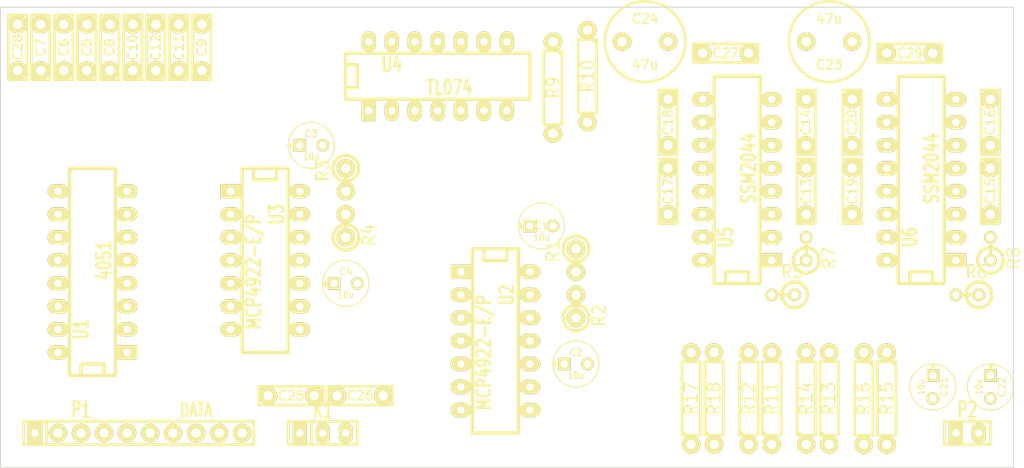
<source format=kicad_pcb>
(kicad_pcb (version 3) (host pcbnew "(2013-07-07 BZR 4022)-stable")

  (general
    (links 132)
    (no_connects 132)
    (area 30.429999 21.539999 142.290001 72.440001)
    (thickness 1.6)
    (drawings 4)
    (tracks 0)
    (zones 0)
    (modules 56)
    (nets 62)
  )

  (page User 159.995 119.99)
  (title_block 
    (title "Overcycler voice board")
    (rev 1)
    (company "GliGli's DIY")
  )

  (layers
    (15 F.Cu signal)
    (0 B.Cu signal)
    (21 F.SilkS user)
    (26 Eco1.User user)
    (28 Edge.Cuts user)
  )

  (setup
    (last_trace_width 0.762)
    (user_trace_width 0.762)
    (user_trace_width 1.27)
    (trace_clearance 0.508)
    (zone_clearance 0.508)
    (zone_45_only no)
    (trace_min 0.254)
    (segment_width 0.2)
    (edge_width 0.1)
    (via_size 2.032)
    (via_drill 0.508)
    (via_min_size 0.889)
    (via_min_drill 0.508)
    (uvia_size 0.000025)
    (uvia_drill 0)
    (uvias_allowed no)
    (uvia_min_size 0)
    (uvia_min_drill 0)
    (pcb_text_width 0.3)
    (pcb_text_size 1.5 1.5)
    (mod_edge_width 0.15)
    (mod_text_size 1 1)
    (mod_text_width 0.15)
    (pad_size 1.5748 2.286)
    (pad_drill 0.8128)
    (pad_to_mask_clearance 0)
    (aux_axis_origin 17.2466 21.59)
    (visible_elements 7FFFFFFF)
    (pcbplotparams
      (layerselection 3178497)
      (usegerberextensions true)
      (excludeedgelayer true)
      (linewidth 0.150000)
      (plotframeref false)
      (viasonmask false)
      (mode 1)
      (useauxorigin false)
      (hpglpennumber 1)
      (hpglpenspeed 20)
      (hpglpendiameter 15)
      (hpglpenoverlay 2)
      (psnegative false)
      (psa4output false)
      (plotreference true)
      (plotvalue true)
      (plotothertext true)
      (plotinvisibletext false)
      (padsonsilk false)
      (subtractmaskfromsilk false)
      (outputformat 1)
      (mirror false)
      (drillshape 1)
      (scaleselection 1)
      (outputdirectory ""))
  )

  (net 0 "")
  (net 1 +5V)
  (net 2 -5V)
  (net 3 //CS)
  (net 4 //LDAC_A)
  (net 5 //LDAC_B)
  (net 6 /OUT_A)
  (net 7 /OUT_B)
  (net 8 /SCK)
  (net 9 /SDI)
  (net 10 GND)
  (net 11 N-000001)
  (net 12 N-0000010)
  (net 13 N-0000011)
  (net 14 N-0000012)
  (net 15 N-0000013)
  (net 16 N-0000014)
  (net 17 N-0000015)
  (net 18 N-0000016)
  (net 19 N-0000017)
  (net 20 N-0000018)
  (net 21 N-0000019)
  (net 22 N-000002)
  (net 23 N-0000020)
  (net 24 N-0000021)
  (net 25 N-0000022)
  (net 26 N-0000023)
  (net 27 N-0000024)
  (net 28 N-0000025)
  (net 29 N-0000026)
  (net 30 N-0000027)
  (net 31 N-0000028)
  (net 32 N-0000029)
  (net 33 N-000003)
  (net 34 N-0000030)
  (net 35 N-0000034)
  (net 36 N-0000039)
  (net 37 N-000004)
  (net 38 N-0000040)
  (net 39 N-0000041)
  (net 40 N-0000042)
  (net 41 N-0000043)
  (net 42 N-0000044)
  (net 43 N-0000045)
  (net 44 N-0000046)
  (net 45 N-0000047)
  (net 46 N-0000048)
  (net 47 N-000005)
  (net 48 N-0000050)
  (net 49 N-0000051)
  (net 50 N-0000056)
  (net 51 N-0000059)
  (net 52 N-000006)
  (net 53 N-0000060)
  (net 54 N-0000061)
  (net 55 N-0000062)
  (net 56 N-0000063)
  (net 57 N-0000064)
  (net 58 N-0000065)
  (net 59 N-000007)
  (net 60 N-000008)
  (net 61 N-000009)

  (net_class Default "This is the default net class."
    (clearance 0.508)
    (trace_width 0.762)
    (via_dia 2.032)
    (via_drill 0.508)
    (uvia_dia 0.000025)
    (uvia_drill 0)
    (add_net "")
    (add_net +5V)
    (add_net -5V)
    (add_net //CS)
    (add_net //LDAC_A)
    (add_net //LDAC_B)
    (add_net /OUT_A)
    (add_net /OUT_B)
    (add_net /SCK)
    (add_net /SDI)
    (add_net N-000001)
    (add_net N-0000010)
    (add_net N-0000011)
    (add_net N-0000012)
    (add_net N-0000013)
    (add_net N-0000014)
    (add_net N-0000015)
    (add_net N-0000016)
    (add_net N-0000017)
    (add_net N-0000018)
    (add_net N-0000019)
    (add_net N-000002)
    (add_net N-0000020)
    (add_net N-0000021)
    (add_net N-0000022)
    (add_net N-0000023)
    (add_net N-0000024)
    (add_net N-0000025)
    (add_net N-0000026)
    (add_net N-0000027)
    (add_net N-0000028)
    (add_net N-0000029)
    (add_net N-000003)
    (add_net N-0000030)
    (add_net N-0000034)
    (add_net N-0000039)
    (add_net N-000004)
    (add_net N-0000040)
    (add_net N-0000041)
    (add_net N-0000042)
    (add_net N-0000043)
    (add_net N-0000044)
    (add_net N-0000045)
    (add_net N-0000046)
    (add_net N-0000047)
    (add_net N-0000048)
    (add_net N-000005)
    (add_net N-0000050)
    (add_net N-0000051)
    (add_net N-0000056)
    (add_net N-0000059)
    (add_net N-000006)
    (add_net N-0000060)
    (add_net N-0000061)
    (add_net N-0000062)
    (add_net N-0000063)
    (add_net N-0000064)
    (add_net N-0000065)
    (add_net N-000007)
    (add_net N-000008)
    (add_net N-000009)
  )

  (net_class pwr ""
    (clearance 0.508)
    (trace_width 1.27)
    (via_dia 2.032)
    (via_drill 0.508)
    (uvia_dia 0.000025)
    (uvia_drill 0)
    (add_net GND)
  )

  (module SIL-3 (layer F.Cu) (tedit 5208AF2D) (tstamp 5208DC68)
    (at 66.04 68.58)
    (descr "Connecteur 3 pins")
    (tags "CONN DEV")
    (path /5208B654)
    (fp_text reference K1 (at 0 -2.54) (layer F.SilkS)
      (effects (font (size 1.7907 1.07696) (thickness 0.3048)))
    )
    (fp_text value PWR (at 0 -2.54) (layer F.SilkS) hide
      (effects (font (size 1.524 1.016) (thickness 0.3048)))
    )
    (fp_line (start -3.81 1.27) (end -3.81 -1.27) (layer F.SilkS) (width 0.3048))
    (fp_line (start -3.81 -1.27) (end 3.81 -1.27) (layer F.SilkS) (width 0.3048))
    (fp_line (start 3.81 -1.27) (end 3.81 1.27) (layer F.SilkS) (width 0.3048))
    (fp_line (start 3.81 1.27) (end -3.81 1.27) (layer F.SilkS) (width 0.3048))
    (fp_line (start -1.27 -1.27) (end -1.27 1.27) (layer F.SilkS) (width 0.3048))
    (pad 1 thru_hole rect (at -2.54 0) (size 1.5748 2.286) (drill 0.8128)
      (layers *.Cu *.Mask F.SilkS)
      (net 1 +5V)
    )
    (pad 2 thru_hole oval (at 0 0) (size 1.5748 2.286) (drill 0.8128)
      (layers *.Cu *.Mask F.SilkS)
      (net 10 GND)
    )
    (pad 3 thru_hole oval (at 2.54 0) (size 1.5748 2.286) (drill 0.8128)
      (layers *.Cu *.Mask F.SilkS)
      (net 2 -5V)
    )
  )

  (module SIL-2 (layer F.Cu) (tedit 5208AF39) (tstamp 5208A7DD)
    (at 137.16 68.58)
    (descr "Connecteurs 2 pins")
    (tags "CONN DEV")
    (path /5208B645)
    (fp_text reference P2 (at 0 -2.54) (layer F.SilkS)
      (effects (font (size 1.72974 1.08712) (thickness 0.3048)))
    )
    (fp_text value OUT (at 0 -2.54) (layer F.SilkS) hide
      (effects (font (size 1.524 1.016) (thickness 0.3048)))
    )
    (fp_line (start -2.54 1.27) (end -2.54 -1.27) (layer F.SilkS) (width 0.3048))
    (fp_line (start -2.54 -1.27) (end 2.54 -1.27) (layer F.SilkS) (width 0.3048))
    (fp_line (start 2.54 -1.27) (end 2.54 1.27) (layer F.SilkS) (width 0.3048))
    (fp_line (start 2.54 1.27) (end -2.54 1.27) (layer F.SilkS) (width 0.3048))
    (pad 1 thru_hole rect (at -1.27 0) (size 1.5748 2.286) (drill 0.8128)
      (layers *.Cu *.Mask F.SilkS)
      (net 6 /OUT_A)
    )
    (pad 2 thru_hole oval (at 1.27 0) (size 1.5748 2.286) (drill 0.8128)
      (layers *.Cu *.Mask F.SilkS)
      (net 7 /OUT_B)
    )
  )

  (module R4-LARGE_PADS (layer F.Cu) (tedit 47E2673E) (tstamp 5208A7F9)
    (at 113.03 64.77 90)
    (descr "Resitance 4 pas")
    (tags R)
    (path /5208A173)
    (autoplace_cost180 10)
    (fp_text reference R12 (at 0 0 90) (layer F.SilkS)
      (effects (font (size 1.397 1.27) (thickness 0.2032)))
    )
    (fp_text value 470 (at 0 0 90) (layer F.SilkS) hide
      (effects (font (size 1.397 1.27) (thickness 0.2032)))
    )
    (fp_line (start -5.08 0) (end -4.064 0) (layer F.SilkS) (width 0.3048))
    (fp_line (start -4.064 0) (end -4.064 -1.016) (layer F.SilkS) (width 0.3048))
    (fp_line (start -4.064 -1.016) (end 4.064 -1.016) (layer F.SilkS) (width 0.3048))
    (fp_line (start 4.064 -1.016) (end 4.064 1.016) (layer F.SilkS) (width 0.3048))
    (fp_line (start 4.064 1.016) (end -4.064 1.016) (layer F.SilkS) (width 0.3048))
    (fp_line (start -4.064 1.016) (end -4.064 0) (layer F.SilkS) (width 0.3048))
    (fp_line (start -4.064 -0.508) (end -3.556 -1.016) (layer F.SilkS) (width 0.3048))
    (fp_line (start 5.08 0) (end 4.064 0) (layer F.SilkS) (width 0.3048))
    (pad 1 thru_hole circle (at -5.08 0 90) (size 2.032 2.032) (drill 1.016)
      (layers *.Cu *.Mask F.SilkS)
      (net 10 GND)
    )
    (pad 2 thru_hole circle (at 5.08 0 90) (size 2.032 2.032) (drill 1.016)
      (layers *.Cu *.Mask F.SilkS)
      (net 45 N-0000047)
    )
    (model discret/resistor.wrl
      (at (xyz 0 0 0))
      (scale (xyz 0.4 0.4 0.4))
      (rotate (xyz 0 0 0))
    )
  )

  (module R4-LARGE_PADS (layer F.Cu) (tedit 5208B15C) (tstamp 5208A807)
    (at 115.57 64.77 90)
    (descr "Resitance 4 pas")
    (tags R)
    (path /5208A167)
    (autoplace_cost180 10)
    (fp_text reference R11 (at 0 0 90) (layer F.SilkS)
      (effects (font (size 1.397 1.27) (thickness 0.2032)))
    )
    (fp_text value 220 (at 0 0 90) (layer F.SilkS) hide
      (effects (font (size 1.397 1.27) (thickness 0.2032)))
    )
    (fp_line (start -5.08 0) (end -4.064 0) (layer F.SilkS) (width 0.3048))
    (fp_line (start -4.064 0) (end -4.064 -1.016) (layer F.SilkS) (width 0.3048))
    (fp_line (start -4.064 -1.016) (end 4.064 -1.016) (layer F.SilkS) (width 0.3048))
    (fp_line (start 4.064 -1.016) (end 4.064 1.016) (layer F.SilkS) (width 0.3048))
    (fp_line (start 4.064 1.016) (end -4.064 1.016) (layer F.SilkS) (width 0.3048))
    (fp_line (start -4.064 1.016) (end -4.064 0) (layer F.SilkS) (width 0.3048))
    (fp_line (start -4.064 -0.508) (end -3.556 -1.016) (layer F.SilkS) (width 0.3048))
    (fp_line (start 5.08 0) (end 4.064 0) (layer F.SilkS) (width 0.3048))
    (pad 1 thru_hole circle (at -5.08 0 90) (size 2.032 2.032) (drill 1.016)
      (layers *.Cu *.Mask F.SilkS)
      (net 10 GND)
    )
    (pad 2 thru_hole circle (at 5.08 0 90) (size 2.032 2.032) (drill 1.016)
      (layers *.Cu *.Mask F.SilkS)
      (net 11 N-000001)
    )
    (model discret/resistor.wrl
      (at (xyz 0 0 0))
      (scale (xyz 0.4 0.4 0.4))
      (rotate (xyz 0 0 0))
    )
  )

  (module R4-LARGE_PADS (layer F.Cu) (tedit 47E2673E) (tstamp 5208A831)
    (at 91.44 30.48 270)
    (descr "Resitance 4 pas")
    (tags R)
    (path /5208A2A2)
    (autoplace_cost180 10)
    (fp_text reference R9 (at 0 0 270) (layer F.SilkS)
      (effects (font (size 1.397 1.27) (thickness 0.2032)))
    )
    (fp_text value 68k (at 0 0 270) (layer F.SilkS) hide
      (effects (font (size 1.397 1.27) (thickness 0.2032)))
    )
    (fp_line (start -5.08 0) (end -4.064 0) (layer F.SilkS) (width 0.3048))
    (fp_line (start -4.064 0) (end -4.064 -1.016) (layer F.SilkS) (width 0.3048))
    (fp_line (start -4.064 -1.016) (end 4.064 -1.016) (layer F.SilkS) (width 0.3048))
    (fp_line (start 4.064 -1.016) (end 4.064 1.016) (layer F.SilkS) (width 0.3048))
    (fp_line (start 4.064 1.016) (end -4.064 1.016) (layer F.SilkS) (width 0.3048))
    (fp_line (start -4.064 1.016) (end -4.064 0) (layer F.SilkS) (width 0.3048))
    (fp_line (start -4.064 -0.508) (end -3.556 -1.016) (layer F.SilkS) (width 0.3048))
    (fp_line (start 5.08 0) (end 4.064 0) (layer F.SilkS) (width 0.3048))
    (pad 1 thru_hole circle (at -5.08 0 270) (size 2.032 2.032) (drill 1.016)
      (layers *.Cu *.Mask F.SilkS)
      (net 18 N-0000016)
    )
    (pad 2 thru_hole circle (at 5.08 0 270) (size 2.032 2.032) (drill 1.016)
      (layers *.Cu *.Mask F.SilkS)
      (net 45 N-0000047)
    )
    (model discret/resistor.wrl
      (at (xyz 0 0 0))
      (scale (xyz 0.4 0.4 0.4))
      (rotate (xyz 0 0 0))
    )
  )

  (module R4-LARGE_PADS (layer F.Cu) (tedit 47E2673E) (tstamp 5208A83F)
    (at 95.25 29.21 270)
    (descr "Resitance 4 pas")
    (tags R)
    (path /5208A2A8)
    (autoplace_cost180 10)
    (fp_text reference R10 (at 0 0 270) (layer F.SilkS)
      (effects (font (size 1.397 1.27) (thickness 0.2032)))
    )
    (fp_text value 68k (at 0 0 270) (layer F.SilkS) hide
      (effects (font (size 1.397 1.27) (thickness 0.2032)))
    )
    (fp_line (start -5.08 0) (end -4.064 0) (layer F.SilkS) (width 0.3048))
    (fp_line (start -4.064 0) (end -4.064 -1.016) (layer F.SilkS) (width 0.3048))
    (fp_line (start -4.064 -1.016) (end 4.064 -1.016) (layer F.SilkS) (width 0.3048))
    (fp_line (start 4.064 -1.016) (end 4.064 1.016) (layer F.SilkS) (width 0.3048))
    (fp_line (start 4.064 1.016) (end -4.064 1.016) (layer F.SilkS) (width 0.3048))
    (fp_line (start -4.064 1.016) (end -4.064 0) (layer F.SilkS) (width 0.3048))
    (fp_line (start -4.064 -0.508) (end -3.556 -1.016) (layer F.SilkS) (width 0.3048))
    (fp_line (start 5.08 0) (end 4.064 0) (layer F.SilkS) (width 0.3048))
    (pad 1 thru_hole circle (at -5.08 0 270) (size 2.032 2.032) (drill 1.016)
      (layers *.Cu *.Mask F.SilkS)
      (net 43 N-0000045)
    )
    (pad 2 thru_hole circle (at 5.08 0 270) (size 2.032 2.032) (drill 1.016)
      (layers *.Cu *.Mask F.SilkS)
      (net 49 N-0000051)
    )
    (model discret/resistor.wrl
      (at (xyz 0 0 0))
      (scale (xyz 0.4 0.4 0.4))
      (rotate (xyz 0 0 0))
    )
  )

  (module R4-LARGE_PADS (layer F.Cu) (tedit 5208B223) (tstamp 5208A84D)
    (at 106.68 64.77 90)
    (descr "Resitance 4 pas")
    (tags R)
    (path /5208A2BA)
    (autoplace_cost180 10)
    (fp_text reference R17 (at 0 0 90) (layer F.SilkS)
      (effects (font (size 1.397 1.27) (thickness 0.2032)))
    )
    (fp_text value 18k (at 0 0 90) (layer F.SilkS) hide
      (effects (font (size 1.397 1.27) (thickness 0.2032)))
    )
    (fp_line (start -5.08 0) (end -4.064 0) (layer F.SilkS) (width 0.3048))
    (fp_line (start -4.064 0) (end -4.064 -1.016) (layer F.SilkS) (width 0.3048))
    (fp_line (start -4.064 -1.016) (end 4.064 -1.016) (layer F.SilkS) (width 0.3048))
    (fp_line (start 4.064 -1.016) (end 4.064 1.016) (layer F.SilkS) (width 0.3048))
    (fp_line (start 4.064 1.016) (end -4.064 1.016) (layer F.SilkS) (width 0.3048))
    (fp_line (start -4.064 1.016) (end -4.064 0) (layer F.SilkS) (width 0.3048))
    (fp_line (start -4.064 -0.508) (end -3.556 -1.016) (layer F.SilkS) (width 0.3048))
    (fp_line (start 5.08 0) (end 4.064 0) (layer F.SilkS) (width 0.3048))
    (pad 1 thru_hole circle (at -5.08 0 90) (size 2.032 2.032) (drill 1.016)
      (layers *.Cu *.Mask F.SilkS)
      (net 2 -5V)
    )
    (pad 2 thru_hole circle (at 5.08 0 90) (size 2.032 2.032) (drill 1.016)
      (layers *.Cu *.Mask F.SilkS)
      (net 45 N-0000047)
    )
    (model discret/resistor.wrl
      (at (xyz 0 0 0))
      (scale (xyz 0.4 0.4 0.4))
      (rotate (xyz 0 0 0))
    )
  )

  (module R4-LARGE_PADS (layer F.Cu) (tedit 47E2673E) (tstamp 5208A85B)
    (at 128.27 64.77 270)
    (descr "Resitance 4 pas")
    (tags R)
    (path /5208A2D0)
    (autoplace_cost180 10)
    (fp_text reference R15 (at 0 0 270) (layer F.SilkS)
      (effects (font (size 1.397 1.27) (thickness 0.2032)))
    )
    (fp_text value 2k2 (at 0 0 270) (layer F.SilkS) hide
      (effects (font (size 1.397 1.27) (thickness 0.2032)))
    )
    (fp_line (start -5.08 0) (end -4.064 0) (layer F.SilkS) (width 0.3048))
    (fp_line (start -4.064 0) (end -4.064 -1.016) (layer F.SilkS) (width 0.3048))
    (fp_line (start -4.064 -1.016) (end 4.064 -1.016) (layer F.SilkS) (width 0.3048))
    (fp_line (start 4.064 -1.016) (end 4.064 1.016) (layer F.SilkS) (width 0.3048))
    (fp_line (start 4.064 1.016) (end -4.064 1.016) (layer F.SilkS) (width 0.3048))
    (fp_line (start -4.064 1.016) (end -4.064 0) (layer F.SilkS) (width 0.3048))
    (fp_line (start -4.064 -0.508) (end -3.556 -1.016) (layer F.SilkS) (width 0.3048))
    (fp_line (start 5.08 0) (end 4.064 0) (layer F.SilkS) (width 0.3048))
    (pad 1 thru_hole circle (at -5.08 0 270) (size 2.032 2.032) (drill 1.016)
      (layers *.Cu *.Mask F.SilkS)
      (net 39 N-0000041)
    )
    (pad 2 thru_hole circle (at 5.08 0 270) (size 2.032 2.032) (drill 1.016)
      (layers *.Cu *.Mask F.SilkS)
      (net 10 GND)
    )
    (model discret/resistor.wrl
      (at (xyz 0 0 0))
      (scale (xyz 0.4 0.4 0.4))
      (rotate (xyz 0 0 0))
    )
  )

  (module R4-LARGE_PADS (layer F.Cu) (tedit 47E2673E) (tstamp 5208A869)
    (at 121.92 64.77 90)
    (descr "Resitance 4 pas")
    (tags R)
    (path /5208A2DA)
    (autoplace_cost180 10)
    (fp_text reference R13 (at 0 0 90) (layer F.SilkS)
      (effects (font (size 1.397 1.27) (thickness 0.2032)))
    )
    (fp_text value 220 (at 0 0 90) (layer F.SilkS) hide
      (effects (font (size 1.397 1.27) (thickness 0.2032)))
    )
    (fp_line (start -5.08 0) (end -4.064 0) (layer F.SilkS) (width 0.3048))
    (fp_line (start -4.064 0) (end -4.064 -1.016) (layer F.SilkS) (width 0.3048))
    (fp_line (start -4.064 -1.016) (end 4.064 -1.016) (layer F.SilkS) (width 0.3048))
    (fp_line (start 4.064 -1.016) (end 4.064 1.016) (layer F.SilkS) (width 0.3048))
    (fp_line (start 4.064 1.016) (end -4.064 1.016) (layer F.SilkS) (width 0.3048))
    (fp_line (start -4.064 1.016) (end -4.064 0) (layer F.SilkS) (width 0.3048))
    (fp_line (start -4.064 -0.508) (end -3.556 -1.016) (layer F.SilkS) (width 0.3048))
    (fp_line (start 5.08 0) (end 4.064 0) (layer F.SilkS) (width 0.3048))
    (pad 1 thru_hole circle (at -5.08 0 90) (size 2.032 2.032) (drill 1.016)
      (layers *.Cu *.Mask F.SilkS)
      (net 10 GND)
    )
    (pad 2 thru_hole circle (at 5.08 0 90) (size 2.032 2.032) (drill 1.016)
      (layers *.Cu *.Mask F.SilkS)
      (net 61 N-000009)
    )
    (model discret/resistor.wrl
      (at (xyz 0 0 0))
      (scale (xyz 0.4 0.4 0.4))
      (rotate (xyz 0 0 0))
    )
  )

  (module R4-LARGE_PADS (layer F.Cu) (tedit 47E2673E) (tstamp 5208A8BD)
    (at 119.38 64.77 90)
    (descr "Resitance 4 pas")
    (tags R)
    (path /5208A2E6)
    (autoplace_cost180 10)
    (fp_text reference R14 (at 0 0 90) (layer F.SilkS)
      (effects (font (size 1.397 1.27) (thickness 0.2032)))
    )
    (fp_text value 470 (at 0 0 90) (layer F.SilkS) hide
      (effects (font (size 1.397 1.27) (thickness 0.2032)))
    )
    (fp_line (start -5.08 0) (end -4.064 0) (layer F.SilkS) (width 0.3048))
    (fp_line (start -4.064 0) (end -4.064 -1.016) (layer F.SilkS) (width 0.3048))
    (fp_line (start -4.064 -1.016) (end 4.064 -1.016) (layer F.SilkS) (width 0.3048))
    (fp_line (start 4.064 -1.016) (end 4.064 1.016) (layer F.SilkS) (width 0.3048))
    (fp_line (start 4.064 1.016) (end -4.064 1.016) (layer F.SilkS) (width 0.3048))
    (fp_line (start -4.064 1.016) (end -4.064 0) (layer F.SilkS) (width 0.3048))
    (fp_line (start -4.064 -0.508) (end -3.556 -1.016) (layer F.SilkS) (width 0.3048))
    (fp_line (start 5.08 0) (end 4.064 0) (layer F.SilkS) (width 0.3048))
    (pad 1 thru_hole circle (at -5.08 0 90) (size 2.032 2.032) (drill 1.016)
      (layers *.Cu *.Mask F.SilkS)
      (net 10 GND)
    )
    (pad 2 thru_hole circle (at 5.08 0 90) (size 2.032 2.032) (drill 1.016)
      (layers *.Cu *.Mask F.SilkS)
      (net 49 N-0000051)
    )
    (model discret/resistor.wrl
      (at (xyz 0 0 0))
      (scale (xyz 0.4 0.4 0.4))
      (rotate (xyz 0 0 0))
    )
  )

  (module R4-LARGE_PADS (layer F.Cu) (tedit 47E2673E) (tstamp 5208A8CB)
    (at 109.22 64.77 90)
    (descr "Resitance 4 pas")
    (tags R)
    (path /5208A2F5)
    (autoplace_cost180 10)
    (fp_text reference R18 (at 0 0 90) (layer F.SilkS)
      (effects (font (size 1.397 1.27) (thickness 0.2032)))
    )
    (fp_text value 18k (at 0 0 90) (layer F.SilkS) hide
      (effects (font (size 1.397 1.27) (thickness 0.2032)))
    )
    (fp_line (start -5.08 0) (end -4.064 0) (layer F.SilkS) (width 0.3048))
    (fp_line (start -4.064 0) (end -4.064 -1.016) (layer F.SilkS) (width 0.3048))
    (fp_line (start -4.064 -1.016) (end 4.064 -1.016) (layer F.SilkS) (width 0.3048))
    (fp_line (start 4.064 -1.016) (end 4.064 1.016) (layer F.SilkS) (width 0.3048))
    (fp_line (start 4.064 1.016) (end -4.064 1.016) (layer F.SilkS) (width 0.3048))
    (fp_line (start -4.064 1.016) (end -4.064 0) (layer F.SilkS) (width 0.3048))
    (fp_line (start -4.064 -0.508) (end -3.556 -1.016) (layer F.SilkS) (width 0.3048))
    (fp_line (start 5.08 0) (end 4.064 0) (layer F.SilkS) (width 0.3048))
    (pad 1 thru_hole circle (at -5.08 0 90) (size 2.032 2.032) (drill 1.016)
      (layers *.Cu *.Mask F.SilkS)
      (net 2 -5V)
    )
    (pad 2 thru_hole circle (at 5.08 0 90) (size 2.032 2.032) (drill 1.016)
      (layers *.Cu *.Mask F.SilkS)
      (net 49 N-0000051)
    )
    (model discret/resistor.wrl
      (at (xyz 0 0 0))
      (scale (xyz 0.4 0.4 0.4))
      (rotate (xyz 0 0 0))
    )
  )

  (module R4-LARGE_PADS (layer F.Cu) (tedit 47E2673E) (tstamp 5208A8D9)
    (at 125.73 64.77 270)
    (descr "Resitance 4 pas")
    (tags R)
    (path /5208A30A)
    (autoplace_cost180 10)
    (fp_text reference R16 (at 0 0 270) (layer F.SilkS)
      (effects (font (size 1.397 1.27) (thickness 0.2032)))
    )
    (fp_text value 2k2 (at 0 0 270) (layer F.SilkS) hide
      (effects (font (size 1.397 1.27) (thickness 0.2032)))
    )
    (fp_line (start -5.08 0) (end -4.064 0) (layer F.SilkS) (width 0.3048))
    (fp_line (start -4.064 0) (end -4.064 -1.016) (layer F.SilkS) (width 0.3048))
    (fp_line (start -4.064 -1.016) (end 4.064 -1.016) (layer F.SilkS) (width 0.3048))
    (fp_line (start 4.064 -1.016) (end 4.064 1.016) (layer F.SilkS) (width 0.3048))
    (fp_line (start 4.064 1.016) (end -4.064 1.016) (layer F.SilkS) (width 0.3048))
    (fp_line (start -4.064 1.016) (end -4.064 0) (layer F.SilkS) (width 0.3048))
    (fp_line (start -4.064 -0.508) (end -3.556 -1.016) (layer F.SilkS) (width 0.3048))
    (fp_line (start 5.08 0) (end 4.064 0) (layer F.SilkS) (width 0.3048))
    (pad 1 thru_hole circle (at -5.08 0 270) (size 2.032 2.032) (drill 1.016)
      (layers *.Cu *.Mask F.SilkS)
      (net 38 N-0000040)
    )
    (pad 2 thru_hole circle (at 5.08 0 270) (size 2.032 2.032) (drill 1.016)
      (layers *.Cu *.Mask F.SilkS)
      (net 10 GND)
    )
    (model discret/resistor.wrl
      (at (xyz 0 0 0))
      (scale (xyz 0.4 0.4 0.4))
      (rotate (xyz 0 0 0))
    )
  )

  (module DIP-16__300_ELL (layer F.Cu) (tedit 200000) (tstamp 5208B6E2)
    (at 111.76 40.64 90)
    (descr "16 pins DIL package, elliptical pads")
    (tags DIL)
    (path /5208A055)
    (fp_text reference U5 (at -6.35 -1.27 90) (layer F.SilkS)
      (effects (font (size 1.524 1.143) (thickness 0.3048)))
    )
    (fp_text value SSM2044 (at 1.27 1.27 90) (layer F.SilkS)
      (effects (font (size 1.524 1.143) (thickness 0.3048)))
    )
    (fp_line (start -11.43 -1.27) (end -11.43 -1.27) (layer F.SilkS) (width 0.381))
    (fp_line (start -11.43 -1.27) (end -10.16 -1.27) (layer F.SilkS) (width 0.381))
    (fp_line (start -10.16 -1.27) (end -10.16 1.27) (layer F.SilkS) (width 0.381))
    (fp_line (start -10.16 1.27) (end -11.43 1.27) (layer F.SilkS) (width 0.381))
    (fp_line (start -11.43 -2.54) (end 11.43 -2.54) (layer F.SilkS) (width 0.381))
    (fp_line (start 11.43 -2.54) (end 11.43 2.54) (layer F.SilkS) (width 0.381))
    (fp_line (start 11.43 2.54) (end -11.43 2.54) (layer F.SilkS) (width 0.381))
    (fp_line (start -11.43 2.54) (end -11.43 -2.54) (layer F.SilkS) (width 0.381))
    (pad 1 thru_hole rect (at -8.89 3.81 90) (size 1.5748 2.286) (drill 0.8128)
      (layers *.Cu *.Mask F.SilkS)
      (net 34 N-0000030)
    )
    (pad 2 thru_hole oval (at -6.35 3.81 90) (size 1.5748 2.286) (drill 0.8128)
      (layers *.Cu *.Mask F.SilkS)
      (net 13 N-0000011)
    )
    (pad 3 thru_hole oval (at -3.81 3.81 90) (size 1.5748 2.286) (drill 0.8128)
      (layers *.Cu *.Mask F.SilkS)
      (net 39 N-0000041)
    )
    (pad 4 thru_hole oval (at -1.27 3.81 90) (size 1.5748 2.286) (drill 0.8128)
      (layers *.Cu *.Mask F.SilkS)
      (net 22 N-000002)
    )
    (pad 5 thru_hole oval (at 1.27 3.81 90) (size 1.5748 2.286) (drill 0.8128)
      (layers *.Cu *.Mask F.SilkS)
      (net 27 N-0000024)
    )
    (pad 6 thru_hole oval (at 3.81 3.81 90) (size 1.5748 2.286) (drill 0.8128)
      (layers *.Cu *.Mask F.SilkS)
      (net 28 N-0000025)
    )
    (pad 7 thru_hole oval (at 6.35 3.81 90) (size 1.5748 2.286) (drill 0.8128)
      (layers *.Cu *.Mask F.SilkS)
      (net 29 N-0000026)
    )
    (pad 8 thru_hole oval (at 8.89 3.81 90) (size 1.5748 2.286) (drill 0.8128)
      (layers *.Cu *.Mask F.SilkS)
      (net 10 GND)
    )
    (pad 9 thru_hole oval (at 8.89 -3.81 90) (size 1.5748 2.286) (drill 0.8128)
      (layers *.Cu *.Mask F.SilkS)
      (net 2 -5V)
    )
    (pad 10 thru_hole oval (at 6.35 -3.81 90) (size 1.5748 2.286) (drill 0.8128)
      (layers *.Cu *.Mask F.SilkS)
      (net 32 N-0000029)
    )
    (pad 11 thru_hole oval (at 3.81 -3.81 90) (size 1.5748 2.286) (drill 0.8128)
      (layers *.Cu *.Mask F.SilkS)
      (net 31 N-0000028)
    )
    (pad 12 thru_hole oval (at 1.27 -3.81 90) (size 1.5748 2.286) (drill 0.8128)
      (layers *.Cu *.Mask F.SilkS)
      (net 30 N-0000027)
    )
    (pad 13 thru_hole oval (at -1.27 -3.81 90) (size 1.5748 2.286) (drill 0.8128)
      (layers *.Cu *.Mask F.SilkS)
      (net 45 N-0000047)
    )
    (pad 14 thru_hole oval (at -3.81 -3.81 90) (size 1.5748 2.286) (drill 0.8128)
      (layers *.Cu *.Mask F.SilkS)
      (net 26 N-0000023)
    )
    (pad 15 thru_hole oval (at -6.35 -3.81 90) (size 1.5748 2.286) (drill 0.8128)
      (layers *.Cu *.Mask F.SilkS)
      (net 11 N-000001)
    )
    (pad 16 thru_hole oval (at -8.89 -3.81 90) (size 1.5748 2.286) (drill 0.8128)
      (layers *.Cu *.Mask F.SilkS)
      (net 1 +5V)
    )
    (model dil/dil_16.wrl
      (at (xyz 0 0 0))
      (scale (xyz 1 1 1))
      (rotate (xyz 0 0 0))
    )
  )

  (module DIP-16__300_ELL (layer F.Cu) (tedit 520A1E01) (tstamp 5208A911)
    (at 132.08 40.64 90)
    (descr "16 pins DIL package, elliptical pads")
    (tags DIL)
    (path /5208A179)
    (fp_text reference U6 (at -6.35 -1.27 90) (layer F.SilkS)
      (effects (font (size 1.524 1.143) (thickness 0.3048)))
    )
    (fp_text value SSM2044 (at 1.27 1.143 90) (layer F.SilkS)
      (effects (font (size 1.524 1.143) (thickness 0.3048)))
    )
    (fp_line (start -11.43 -1.27) (end -11.43 -1.27) (layer F.SilkS) (width 0.381))
    (fp_line (start -11.43 -1.27) (end -10.16 -1.27) (layer F.SilkS) (width 0.381))
    (fp_line (start -10.16 -1.27) (end -10.16 1.27) (layer F.SilkS) (width 0.381))
    (fp_line (start -10.16 1.27) (end -11.43 1.27) (layer F.SilkS) (width 0.381))
    (fp_line (start -11.43 -2.54) (end 11.43 -2.54) (layer F.SilkS) (width 0.381))
    (fp_line (start 11.43 -2.54) (end 11.43 2.54) (layer F.SilkS) (width 0.381))
    (fp_line (start 11.43 2.54) (end -11.43 2.54) (layer F.SilkS) (width 0.381))
    (fp_line (start -11.43 2.54) (end -11.43 -2.54) (layer F.SilkS) (width 0.381))
    (pad 1 thru_hole rect (at -8.89 3.81 90) (size 1.5748 2.286) (drill 0.8128)
      (layers *.Cu *.Mask F.SilkS)
      (net 44 N-0000046)
    )
    (pad 2 thru_hole oval (at -6.35 3.81 90) (size 1.5748 2.286) (drill 0.8128)
      (layers *.Cu *.Mask F.SilkS)
      (net 42 N-0000044)
    )
    (pad 3 thru_hole oval (at -3.81 3.81 90) (size 1.5748 2.286) (drill 0.8128)
      (layers *.Cu *.Mask F.SilkS)
      (net 38 N-0000040)
    )
    (pad 4 thru_hole oval (at -1.27 3.81 90) (size 1.5748 2.286) (drill 0.8128)
      (layers *.Cu *.Mask F.SilkS)
      (net 12 N-0000010)
    )
    (pad 5 thru_hole oval (at 1.27 3.81 90) (size 1.5748 2.286) (drill 0.8128)
      (layers *.Cu *.Mask F.SilkS)
      (net 15 N-0000013)
    )
    (pad 6 thru_hole oval (at 3.81 3.81 90) (size 1.5748 2.286) (drill 0.8128)
      (layers *.Cu *.Mask F.SilkS)
      (net 14 N-0000012)
    )
    (pad 7 thru_hole oval (at 6.35 3.81 90) (size 1.5748 2.286) (drill 0.8128)
      (layers *.Cu *.Mask F.SilkS)
      (net 16 N-0000014)
    )
    (pad 8 thru_hole oval (at 8.89 3.81 90) (size 1.5748 2.286) (drill 0.8128)
      (layers *.Cu *.Mask F.SilkS)
      (net 10 GND)
    )
    (pad 9 thru_hole oval (at 8.89 -3.81 90) (size 1.5748 2.286) (drill 0.8128)
      (layers *.Cu *.Mask F.SilkS)
      (net 2 -5V)
    )
    (pad 10 thru_hole oval (at 6.35 -3.81 90) (size 1.5748 2.286) (drill 0.8128)
      (layers *.Cu *.Mask F.SilkS)
      (net 59 N-000007)
    )
    (pad 11 thru_hole oval (at 3.81 -3.81 90) (size 1.5748 2.286) (drill 0.8128)
      (layers *.Cu *.Mask F.SilkS)
      (net 52 N-000006)
    )
    (pad 12 thru_hole oval (at 1.27 -3.81 90) (size 1.5748 2.286) (drill 0.8128)
      (layers *.Cu *.Mask F.SilkS)
      (net 47 N-000005)
    )
    (pad 13 thru_hole oval (at -1.27 -3.81 90) (size 1.5748 2.286) (drill 0.8128)
      (layers *.Cu *.Mask F.SilkS)
      (net 49 N-0000051)
    )
    (pad 14 thru_hole oval (at -3.81 -3.81 90) (size 1.5748 2.286) (drill 0.8128)
      (layers *.Cu *.Mask F.SilkS)
      (net 60 N-000008)
    )
    (pad 15 thru_hole oval (at -6.35 -3.81 90) (size 1.5748 2.286) (drill 0.8128)
      (layers *.Cu *.Mask F.SilkS)
      (net 61 N-000009)
    )
    (pad 16 thru_hole oval (at -8.89 -3.81 90) (size 1.5748 2.286) (drill 0.8128)
      (layers *.Cu *.Mask F.SilkS)
      (net 1 +5V)
    )
    (model dil/dil_16.wrl
      (at (xyz 0 0 0))
      (scale (xyz 1 1 1))
      (rotate (xyz 0 0 0))
    )
  )

  (module C2V8 (layer F.Cu) (tedit 5208B204) (tstamp 5208C843)
    (at 101.6 25.4 180)
    (descr "Condensateur polarise")
    (tags CP)
    (path /5208A5B0)
    (fp_text reference C24 (at 0 2.54 180) (layer F.SilkS)
      (effects (font (size 1.016 1.016) (thickness 0.2032)))
    )
    (fp_text value 47u (at 0 -2.54 180) (layer F.SilkS)
      (effects (font (size 1.016 1.016) (thickness 0.2032)))
    )
    (fp_circle (center 0 0) (end -4.445 0) (layer F.SilkS) (width 0.3048))
    (pad 1 thru_hole circle (at -2.54 0 180) (size 2.032 2.032) (drill 1.016)
      (layers *.Cu *.Mask F.SilkS)
      (net 10 GND)
    )
    (pad 2 thru_hole circle (at 2.54 0 180) (size 2.032 2.032) (drill 1.016)
      (layers *.Cu *.Mask F.SilkS)
      (net 2 -5V)
    )
    (model discret/c_vert_c2v10.wrl
      (at (xyz 0 0 0))
      (scale (xyz 1 1 1))
      (rotate (xyz 0 0 0))
    )
  )

  (module C2V8 (layer F.Cu) (tedit 5208CA66) (tstamp 5208CA67)
    (at 121.92 25.4)
    (descr "Condensateur polarise")
    (tags CP)
    (path /5208A5A1)
    (fp_text reference C23 (at 0 2.54) (layer F.SilkS)
      (effects (font (size 1.016 1.016) (thickness 0.2032)))
    )
    (fp_text value 47u (at 0 -2.54) (layer F.SilkS)
      (effects (font (size 1.016 1.016) (thickness 0.2032)))
    )
    (fp_circle (center 0 0) (end -4.445 0) (layer F.SilkS) (width 0.3048))
    (pad 1 thru_hole circle (at -2.54 0) (size 2.032 2.032) (drill 1.016)
      (layers *.Cu *.Mask F.SilkS)
      (net 1 +5V)
    )
    (pad 2 thru_hole circle (at 2.54 0) (size 2.032 2.032) (drill 1.016)
      (layers *.Cu *.Mask F.SilkS)
      (net 10 GND)
    )
    (model discret/c_vert_c2v10.wrl
      (at (xyz 0 0 0))
      (scale (xyz 1 1 1))
      (rotate (xyz 0 0 0))
    )
  )

  (module C2 (layer F.Cu) (tedit 5208B119) (tstamp 5208B432)
    (at 119.38 41.91 90)
    (descr "Condensateur = 2 pas")
    (tags C)
    (path /5208A161)
    (fp_text reference C13 (at 0 0 90) (layer F.SilkS)
      (effects (font (size 1.016 1.016) (thickness 0.2032)))
    )
    (fp_text value 820p (at 0 0 90) (layer F.SilkS) hide
      (effects (font (size 1.016 1.016) (thickness 0.2032)))
    )
    (fp_line (start -3.556 -1.016) (end 3.556 -1.016) (layer F.SilkS) (width 0.3048))
    (fp_line (start 3.556 -1.016) (end 3.556 1.016) (layer F.SilkS) (width 0.3048))
    (fp_line (start 3.556 1.016) (end -3.556 1.016) (layer F.SilkS) (width 0.3048))
    (fp_line (start -3.556 1.016) (end -3.556 -1.016) (layer F.SilkS) (width 0.3048))
    (fp_line (start -3.556 -0.508) (end -3.048 -1.016) (layer F.SilkS) (width 0.3048))
    (pad 1 thru_hole circle (at -2.54 0 90) (size 2.032 2.032) (drill 1.016)
      (layers *.Cu *.Mask F.SilkS)
      (net 22 N-000002)
    )
    (pad 2 thru_hole circle (at 2.54 0 90) (size 2.032 2.032) (drill 1.016)
      (layers *.Cu *.Mask F.SilkS)
      (net 27 N-0000024)
    )
    (model discret/capa_2pas_5x5mm.wrl
      (at (xyz 0 0 0))
      (scale (xyz 1 1 1))
      (rotate (xyz 0 0 0))
    )
  )

  (module C2 (layer F.Cu) (tedit 5208AF1D) (tstamp 5208A9F4)
    (at 104.14 34.29 270)
    (descr "Condensateur = 2 pas")
    (tags C)
    (path /5208A14F)
    (fp_text reference C18 (at 0 0 270) (layer F.SilkS)
      (effects (font (size 1.016 1.016) (thickness 0.2032)))
    )
    (fp_text value 10n (at 0 0 270) (layer F.SilkS) hide
      (effects (font (size 1.016 1.016) (thickness 0.2032)))
    )
    (fp_line (start -3.556 -1.016) (end 3.556 -1.016) (layer F.SilkS) (width 0.3048))
    (fp_line (start 3.556 -1.016) (end 3.556 1.016) (layer F.SilkS) (width 0.3048))
    (fp_line (start 3.556 1.016) (end -3.556 1.016) (layer F.SilkS) (width 0.3048))
    (fp_line (start -3.556 1.016) (end -3.556 -1.016) (layer F.SilkS) (width 0.3048))
    (fp_line (start -3.556 -0.508) (end -3.048 -1.016) (layer F.SilkS) (width 0.3048))
    (pad 1 thru_hole circle (at -2.54 0 270) (size 2.032 2.032) (drill 1.016)
      (layers *.Cu *.Mask F.SilkS)
      (net 32 N-0000029)
    )
    (pad 2 thru_hole circle (at 2.54 0 270) (size 2.032 2.032) (drill 1.016)
      (layers *.Cu *.Mask F.SilkS)
      (net 31 N-0000028)
    )
    (model discret/capa_2pas_5x5mm.wrl
      (at (xyz 0 0 0))
      (scale (xyz 1 1 1))
      (rotate (xyz 0 0 0))
    )
  )

  (module C2 (layer F.Cu) (tedit 200000) (tstamp 5208A9FF)
    (at 104.14 41.91 270)
    (descr "Condensateur = 2 pas")
    (tags C)
    (path /5208A155)
    (fp_text reference C17 (at 0 0 270) (layer F.SilkS)
      (effects (font (size 1.016 1.016) (thickness 0.2032)))
    )
    (fp_text value 10n (at 0 0 270) (layer F.SilkS) hide
      (effects (font (size 1.016 1.016) (thickness 0.2032)))
    )
    (fp_line (start -3.556 -1.016) (end 3.556 -1.016) (layer F.SilkS) (width 0.3048))
    (fp_line (start 3.556 -1.016) (end 3.556 1.016) (layer F.SilkS) (width 0.3048))
    (fp_line (start 3.556 1.016) (end -3.556 1.016) (layer F.SilkS) (width 0.3048))
    (fp_line (start -3.556 1.016) (end -3.556 -1.016) (layer F.SilkS) (width 0.3048))
    (fp_line (start -3.556 -0.508) (end -3.048 -1.016) (layer F.SilkS) (width 0.3048))
    (pad 1 thru_hole circle (at -2.54 0 270) (size 2.032 2.032) (drill 1.016)
      (layers *.Cu *.Mask F.SilkS)
      (net 30 N-0000027)
    )
    (pad 2 thru_hole circle (at 2.54 0 270) (size 2.032 2.032) (drill 1.016)
      (layers *.Cu *.Mask F.SilkS)
      (net 26 N-0000023)
    )
    (model discret/capa_2pas_5x5mm.wrl
      (at (xyz 0 0 0))
      (scale (xyz 1 1 1))
      (rotate (xyz 0 0 0))
    )
  )

  (module C2 (layer F.Cu) (tedit 200000) (tstamp 5208AA0A)
    (at 119.38 34.29 90)
    (descr "Condensateur = 2 pas")
    (tags C)
    (path /5208A15B)
    (fp_text reference C14 (at 0 0 90) (layer F.SilkS)
      (effects (font (size 1.016 1.016) (thickness 0.2032)))
    )
    (fp_text value 10n (at 0 0 90) (layer F.SilkS) hide
      (effects (font (size 1.016 1.016) (thickness 0.2032)))
    )
    (fp_line (start -3.556 -1.016) (end 3.556 -1.016) (layer F.SilkS) (width 0.3048))
    (fp_line (start 3.556 -1.016) (end 3.556 1.016) (layer F.SilkS) (width 0.3048))
    (fp_line (start 3.556 1.016) (end -3.556 1.016) (layer F.SilkS) (width 0.3048))
    (fp_line (start -3.556 1.016) (end -3.556 -1.016) (layer F.SilkS) (width 0.3048))
    (fp_line (start -3.556 -0.508) (end -3.048 -1.016) (layer F.SilkS) (width 0.3048))
    (pad 1 thru_hole circle (at -2.54 0 90) (size 2.032 2.032) (drill 1.016)
      (layers *.Cu *.Mask F.SilkS)
      (net 28 N-0000025)
    )
    (pad 2 thru_hole circle (at 2.54 0 90) (size 2.032 2.032) (drill 1.016)
      (layers *.Cu *.Mask F.SilkS)
      (net 29 N-0000026)
    )
    (model discret/capa_2pas_5x5mm.wrl
      (at (xyz 0 0 0))
      (scale (xyz 1 1 1))
      (rotate (xyz 0 0 0))
    )
  )

  (module C2 (layer F.Cu) (tedit 200000) (tstamp 5208AA15)
    (at 139.7 41.91 90)
    (descr "Condensateur = 2 pas")
    (tags C)
    (path /5208A1A3)
    (fp_text reference C15 (at 0 0 90) (layer F.SilkS)
      (effects (font (size 1.016 1.016) (thickness 0.2032)))
    )
    (fp_text value 820p (at 0 0 90) (layer F.SilkS) hide
      (effects (font (size 1.016 1.016) (thickness 0.2032)))
    )
    (fp_line (start -3.556 -1.016) (end 3.556 -1.016) (layer F.SilkS) (width 0.3048))
    (fp_line (start 3.556 -1.016) (end 3.556 1.016) (layer F.SilkS) (width 0.3048))
    (fp_line (start 3.556 1.016) (end -3.556 1.016) (layer F.SilkS) (width 0.3048))
    (fp_line (start -3.556 1.016) (end -3.556 -1.016) (layer F.SilkS) (width 0.3048))
    (fp_line (start -3.556 -0.508) (end -3.048 -1.016) (layer F.SilkS) (width 0.3048))
    (pad 1 thru_hole circle (at -2.54 0 90) (size 2.032 2.032) (drill 1.016)
      (layers *.Cu *.Mask F.SilkS)
      (net 12 N-0000010)
    )
    (pad 2 thru_hole circle (at 2.54 0 90) (size 2.032 2.032) (drill 1.016)
      (layers *.Cu *.Mask F.SilkS)
      (net 15 N-0000013)
    )
    (model discret/capa_2pas_5x5mm.wrl
      (at (xyz 0 0 0))
      (scale (xyz 1 1 1))
      (rotate (xyz 0 0 0))
    )
  )

  (module C2 (layer F.Cu) (tedit 200000) (tstamp 5208AA20)
    (at 139.7 34.29 90)
    (descr "Condensateur = 2 pas")
    (tags C)
    (path /5208A19D)
    (fp_text reference C16 (at 0 0 90) (layer F.SilkS)
      (effects (font (size 1.016 1.016) (thickness 0.2032)))
    )
    (fp_text value 10n (at 0 0 90) (layer F.SilkS) hide
      (effects (font (size 1.016 1.016) (thickness 0.2032)))
    )
    (fp_line (start -3.556 -1.016) (end 3.556 -1.016) (layer F.SilkS) (width 0.3048))
    (fp_line (start 3.556 -1.016) (end 3.556 1.016) (layer F.SilkS) (width 0.3048))
    (fp_line (start 3.556 1.016) (end -3.556 1.016) (layer F.SilkS) (width 0.3048))
    (fp_line (start -3.556 1.016) (end -3.556 -1.016) (layer F.SilkS) (width 0.3048))
    (fp_line (start -3.556 -0.508) (end -3.048 -1.016) (layer F.SilkS) (width 0.3048))
    (pad 1 thru_hole circle (at -2.54 0 90) (size 2.032 2.032) (drill 1.016)
      (layers *.Cu *.Mask F.SilkS)
      (net 14 N-0000012)
    )
    (pad 2 thru_hole circle (at 2.54 0 90) (size 2.032 2.032) (drill 1.016)
      (layers *.Cu *.Mask F.SilkS)
      (net 16 N-0000014)
    )
    (model discret/capa_2pas_5x5mm.wrl
      (at (xyz 0 0 0))
      (scale (xyz 1 1 1))
      (rotate (xyz 0 0 0))
    )
  )

  (module C2 (layer F.Cu) (tedit 200000) (tstamp 5208AA2B)
    (at 124.46 41.91 270)
    (descr "Condensateur = 2 pas")
    (tags C)
    (path /5208A197)
    (fp_text reference C19 (at 0 0 270) (layer F.SilkS)
      (effects (font (size 1.016 1.016) (thickness 0.2032)))
    )
    (fp_text value 10n (at 0 0 270) (layer F.SilkS) hide
      (effects (font (size 1.016 1.016) (thickness 0.2032)))
    )
    (fp_line (start -3.556 -1.016) (end 3.556 -1.016) (layer F.SilkS) (width 0.3048))
    (fp_line (start 3.556 -1.016) (end 3.556 1.016) (layer F.SilkS) (width 0.3048))
    (fp_line (start 3.556 1.016) (end -3.556 1.016) (layer F.SilkS) (width 0.3048))
    (fp_line (start -3.556 1.016) (end -3.556 -1.016) (layer F.SilkS) (width 0.3048))
    (fp_line (start -3.556 -0.508) (end -3.048 -1.016) (layer F.SilkS) (width 0.3048))
    (pad 1 thru_hole circle (at -2.54 0 270) (size 2.032 2.032) (drill 1.016)
      (layers *.Cu *.Mask F.SilkS)
      (net 47 N-000005)
    )
    (pad 2 thru_hole circle (at 2.54 0 270) (size 2.032 2.032) (drill 1.016)
      (layers *.Cu *.Mask F.SilkS)
      (net 60 N-000008)
    )
    (model discret/capa_2pas_5x5mm.wrl
      (at (xyz 0 0 0))
      (scale (xyz 1 1 1))
      (rotate (xyz 0 0 0))
    )
  )

  (module C2 (layer F.Cu) (tedit 200000) (tstamp 5208AA36)
    (at 124.46 34.29 270)
    (descr "Condensateur = 2 pas")
    (tags C)
    (path /5208A191)
    (fp_text reference C20 (at 0 0 270) (layer F.SilkS)
      (effects (font (size 1.016 1.016) (thickness 0.2032)))
    )
    (fp_text value 10n (at 0 0 270) (layer F.SilkS) hide
      (effects (font (size 1.016 1.016) (thickness 0.2032)))
    )
    (fp_line (start -3.556 -1.016) (end 3.556 -1.016) (layer F.SilkS) (width 0.3048))
    (fp_line (start 3.556 -1.016) (end 3.556 1.016) (layer F.SilkS) (width 0.3048))
    (fp_line (start 3.556 1.016) (end -3.556 1.016) (layer F.SilkS) (width 0.3048))
    (fp_line (start -3.556 1.016) (end -3.556 -1.016) (layer F.SilkS) (width 0.3048))
    (fp_line (start -3.556 -0.508) (end -3.048 -1.016) (layer F.SilkS) (width 0.3048))
    (pad 1 thru_hole circle (at -2.54 0 270) (size 2.032 2.032) (drill 1.016)
      (layers *.Cu *.Mask F.SilkS)
      (net 59 N-000007)
    )
    (pad 2 thru_hole circle (at 2.54 0 270) (size 2.032 2.032) (drill 1.016)
      (layers *.Cu *.Mask F.SilkS)
      (net 52 N-000006)
    )
    (model discret/capa_2pas_5x5mm.wrl
      (at (xyz 0 0 0))
      (scale (xyz 1 1 1))
      (rotate (xyz 0 0 0))
    )
  )

  (module C2 (layer F.Cu) (tedit 200000) (tstamp 5208B539)
    (at 110.49 26.67)
    (descr "Condensateur = 2 pas")
    (tags C)
    (path /5208B49D)
    (fp_text reference C27 (at 0 0) (layer F.SilkS)
      (effects (font (size 1.016 1.016) (thickness 0.2032)))
    )
    (fp_text value 100n (at 0 0) (layer F.SilkS) hide
      (effects (font (size 1.016 1.016) (thickness 0.2032)))
    )
    (fp_line (start -3.556 -1.016) (end 3.556 -1.016) (layer F.SilkS) (width 0.3048))
    (fp_line (start 3.556 -1.016) (end 3.556 1.016) (layer F.SilkS) (width 0.3048))
    (fp_line (start 3.556 1.016) (end -3.556 1.016) (layer F.SilkS) (width 0.3048))
    (fp_line (start -3.556 1.016) (end -3.556 -1.016) (layer F.SilkS) (width 0.3048))
    (fp_line (start -3.556 -0.508) (end -3.048 -1.016) (layer F.SilkS) (width 0.3048))
    (pad 1 thru_hole circle (at -2.54 0) (size 2.032 2.032) (drill 1.016)
      (layers *.Cu *.Mask F.SilkS)
      (net 1 +5V)
    )
    (pad 2 thru_hole circle (at 2.54 0) (size 2.032 2.032) (drill 1.016)
      (layers *.Cu *.Mask F.SilkS)
      (net 10 GND)
    )
    (model discret/capa_2pas_5x5mm.wrl
      (at (xyz 0 0 0))
      (scale (xyz 1 1 1))
      (rotate (xyz 0 0 0))
    )
  )

  (module C2 (layer F.Cu) (tedit 200000) (tstamp 5208B627)
    (at 130.81 26.67 180)
    (descr "Condensateur = 2 pas")
    (tags C)
    (path /5208C610)
    (fp_text reference C29 (at 0 0 180) (layer F.SilkS)
      (effects (font (size 1.016 1.016) (thickness 0.2032)))
    )
    (fp_text value 100n (at 0 0 180) (layer F.SilkS) hide
      (effects (font (size 1.016 1.016) (thickness 0.2032)))
    )
    (fp_line (start -3.556 -1.016) (end 3.556 -1.016) (layer F.SilkS) (width 0.3048))
    (fp_line (start 3.556 -1.016) (end 3.556 1.016) (layer F.SilkS) (width 0.3048))
    (fp_line (start 3.556 1.016) (end -3.556 1.016) (layer F.SilkS) (width 0.3048))
    (fp_line (start -3.556 1.016) (end -3.556 -1.016) (layer F.SilkS) (width 0.3048))
    (fp_line (start -3.556 -0.508) (end -3.048 -1.016) (layer F.SilkS) (width 0.3048))
    (pad 1 thru_hole circle (at -2.54 0 180) (size 2.032 2.032) (drill 1.016)
      (layers *.Cu *.Mask F.SilkS)
      (net 10 GND)
    )
    (pad 2 thru_hole circle (at 2.54 0 180) (size 2.032 2.032) (drill 1.016)
      (layers *.Cu *.Mask F.SilkS)
      (net 2 -5V)
    )
    (model discret/capa_2pas_5x5mm.wrl
      (at (xyz 0 0 0))
      (scale (xyz 1 1 1))
      (rotate (xyz 0 0 0))
    )
  )

  (module SIL-10 (layer F.Cu) (tedit 520A03BC) (tstamp 5209E2D6)
    (at 45.72 68.58)
    (descr "Connecteur 10 pins")
    (tags "CONN DEV")
    (path /5208BD9F)
    (fp_text reference P1 (at -6.35 -2.54) (layer F.SilkS)
      (effects (font (size 1.72974 1.08712) (thickness 0.3048)))
    )
    (fp_text value DATA (at 6.35 -2.54) (layer F.SilkS)
      (effects (font (size 1.524 1.016) (thickness 0.3048)))
    )
    (fp_line (start -12.7 1.27) (end -12.7 -1.27) (layer F.SilkS) (width 0.3048))
    (fp_line (start -12.7 -1.27) (end 12.7 -1.27) (layer F.SilkS) (width 0.3048))
    (fp_line (start 12.7 -1.27) (end 12.7 1.27) (layer F.SilkS) (width 0.3048))
    (fp_line (start 12.7 1.27) (end -12.7 1.27) (layer F.SilkS) (width 0.3048))
    (fp_line (start -10.16 1.27) (end -10.16 -1.27) (layer F.SilkS) (width 0.3048))
    (pad 1 thru_hole rect (at -11.43 0) (size 1.5748 2.286) (drill 0.8128)
      (layers *.Cu *.Mask F.SilkS)
      (net 36 N-0000039)
    )
    (pad 2 thru_hole circle (at -8.89 0) (size 2.032 2.032) (drill 1.016)
      (layers *.Cu *.Mask F.SilkS)
      (net 41 N-0000043)
    )
    (pad 3 thru_hole circle (at -6.35 0) (size 2.032 2.032) (drill 1.016)
      (layers *.Cu *.Mask F.SilkS)
      (net 48 N-0000050)
    )
    (pad 4 thru_hole circle (at -3.81 0) (size 2.032 2.032) (drill 1.016)
      (layers *.Cu *.Mask F.SilkS)
      (net 40 N-0000042)
    )
    (pad 5 thru_hole circle (at -1.27 0) (size 2.032 2.032) (drill 1.016)
      (layers *.Cu *.Mask F.SilkS)
      (net 35 N-0000034)
    )
    (pad 6 thru_hole circle (at 1.27 0) (size 2.032 2.032) (drill 1.016)
      (layers *.Cu *.Mask F.SilkS)
      (net 3 //CS)
    )
    (pad 7 thru_hole circle (at 3.81 0) (size 2.032 2.032) (drill 1.016)
      (layers *.Cu *.Mask F.SilkS)
      (net 8 /SCK)
    )
    (pad 8 thru_hole circle (at 6.35 0) (size 2.032 2.032) (drill 1.016)
      (layers *.Cu *.Mask F.SilkS)
      (net 9 /SDI)
    )
    (pad 9 thru_hole circle (at 8.89 0) (size 2.032 2.032) (drill 1.016)
      (layers *.Cu *.Mask F.SilkS)
      (net 4 //LDAC_A)
    )
    (pad 10 thru_hole circle (at 11.43 0) (size 2.032 2.032) (drill 1.016)
      (layers *.Cu *.Mask F.SilkS)
      (net 5 //LDAC_B)
    )
  )

  (module DIP-16__300_ELL (layer F.Cu) (tedit 200000) (tstamp 5209E8C6)
    (at 40.64 50.8 90)
    (descr "16 pins DIL package, elliptical pads")
    (tags DIL)
    (path /5208A061)
    (fp_text reference U1 (at -6.35 -1.27 90) (layer F.SilkS)
      (effects (font (size 1.524 1.143) (thickness 0.3048)))
    )
    (fp_text value 4051 (at 1.27 1.27 90) (layer F.SilkS)
      (effects (font (size 1.524 1.143) (thickness 0.3048)))
    )
    (fp_line (start -11.43 -1.27) (end -11.43 -1.27) (layer F.SilkS) (width 0.381))
    (fp_line (start -11.43 -1.27) (end -10.16 -1.27) (layer F.SilkS) (width 0.381))
    (fp_line (start -10.16 -1.27) (end -10.16 1.27) (layer F.SilkS) (width 0.381))
    (fp_line (start -10.16 1.27) (end -11.43 1.27) (layer F.SilkS) (width 0.381))
    (fp_line (start -11.43 -2.54) (end 11.43 -2.54) (layer F.SilkS) (width 0.381))
    (fp_line (start 11.43 -2.54) (end 11.43 2.54) (layer F.SilkS) (width 0.381))
    (fp_line (start 11.43 2.54) (end -11.43 2.54) (layer F.SilkS) (width 0.381))
    (fp_line (start -11.43 2.54) (end -11.43 -2.54) (layer F.SilkS) (width 0.381))
    (pad 1 thru_hole rect (at -8.89 3.81 90) (size 1.5748 2.286) (drill 0.8128)
      (layers *.Cu *.Mask F.SilkS)
      (net 51 N-0000059)
    )
    (pad 2 thru_hole oval (at -6.35 3.81 90) (size 1.5748 2.286) (drill 0.8128)
      (layers *.Cu *.Mask F.SilkS)
      (net 53 N-0000060)
    )
    (pad 3 thru_hole oval (at -3.81 3.81 90) (size 1.5748 2.286) (drill 0.8128)
      (layers *.Cu *.Mask F.SilkS)
      (net 35 N-0000034)
    )
    (pad 4 thru_hole oval (at -1.27 3.81 90) (size 1.5748 2.286) (drill 0.8128)
      (layers *.Cu *.Mask F.SilkS)
      (net 54 N-0000061)
    )
    (pad 5 thru_hole oval (at 1.27 3.81 90) (size 1.5748 2.286) (drill 0.8128)
      (layers *.Cu *.Mask F.SilkS)
      (net 50 N-0000056)
    )
    (pad 6 thru_hole oval (at 3.81 3.81 90) (size 1.5748 2.286) (drill 0.8128)
      (layers *.Cu *.Mask F.SilkS)
      (net 40 N-0000042)
    )
    (pad 7 thru_hole oval (at 6.35 3.81 90) (size 1.5748 2.286) (drill 0.8128)
      (layers *.Cu *.Mask F.SilkS)
      (net 2 -5V)
    )
    (pad 8 thru_hole oval (at 8.89 3.81 90) (size 1.5748 2.286) (drill 0.8128)
      (layers *.Cu *.Mask F.SilkS)
      (net 10 GND)
    )
    (pad 9 thru_hole oval (at 8.89 -3.81 90) (size 1.5748 2.286) (drill 0.8128)
      (layers *.Cu *.Mask F.SilkS)
      (net 36 N-0000039)
    )
    (pad 10 thru_hole oval (at 6.35 -3.81 90) (size 1.5748 2.286) (drill 0.8128)
      (layers *.Cu *.Mask F.SilkS)
      (net 41 N-0000043)
    )
    (pad 11 thru_hole oval (at 3.81 -3.81 90) (size 1.5748 2.286) (drill 0.8128)
      (layers *.Cu *.Mask F.SilkS)
      (net 48 N-0000050)
    )
    (pad 12 thru_hole oval (at 1.27 -3.81 90) (size 1.5748 2.286) (drill 0.8128)
      (layers *.Cu *.Mask F.SilkS)
      (net 55 N-0000062)
    )
    (pad 13 thru_hole oval (at -1.27 -3.81 90) (size 1.5748 2.286) (drill 0.8128)
      (layers *.Cu *.Mask F.SilkS)
      (net 56 N-0000063)
    )
    (pad 14 thru_hole oval (at -3.81 -3.81 90) (size 1.5748 2.286) (drill 0.8128)
      (layers *.Cu *.Mask F.SilkS)
      (net 57 N-0000064)
    )
    (pad 15 thru_hole oval (at -6.35 -3.81 90) (size 1.5748 2.286) (drill 0.8128)
      (layers *.Cu *.Mask F.SilkS)
      (net 58 N-0000065)
    )
    (pad 16 thru_hole oval (at -8.89 -3.81 90) (size 1.5748 2.286) (drill 0.8128)
      (layers *.Cu *.Mask F.SilkS)
      (net 1 +5V)
    )
    (model dil/dil_16.wrl
      (at (xyz 0 0 0))
      (scale (xyz 1 1 1))
      (rotate (xyz 0 0 0))
    )
  )

  (module DIP-14__300_ELL (layer F.Cu) (tedit 200000) (tstamp 5209E8DF)
    (at 85.09 58.42 270)
    (descr "14 pins DIL package, elliptical pads")
    (tags DIL)
    (path /5208A067)
    (fp_text reference U2 (at -5.08 -1.27 270) (layer F.SilkS)
      (effects (font (size 1.524 1.143) (thickness 0.3048)))
    )
    (fp_text value MCP4922-E/P (at 1.27 1.27 270) (layer F.SilkS)
      (effects (font (size 1.524 1.143) (thickness 0.3048)))
    )
    (fp_line (start -10.16 -2.54) (end 10.16 -2.54) (layer F.SilkS) (width 0.381))
    (fp_line (start 10.16 2.54) (end -10.16 2.54) (layer F.SilkS) (width 0.381))
    (fp_line (start -10.16 2.54) (end -10.16 -2.54) (layer F.SilkS) (width 0.381))
    (fp_line (start -10.16 -1.27) (end -8.89 -1.27) (layer F.SilkS) (width 0.381))
    (fp_line (start -8.89 -1.27) (end -8.89 1.27) (layer F.SilkS) (width 0.381))
    (fp_line (start -8.89 1.27) (end -10.16 1.27) (layer F.SilkS) (width 0.381))
    (fp_line (start 10.16 -2.54) (end 10.16 2.54) (layer F.SilkS) (width 0.381))
    (pad 1 thru_hole rect (at -7.62 3.81 270) (size 1.5748 2.286) (drill 0.8128)
      (layers *.Cu *.Mask F.SilkS)
      (net 1 +5V)
    )
    (pad 2 thru_hole oval (at -5.08 3.81 270) (size 1.5748 2.286) (drill 0.8128)
      (layers *.Cu *.Mask F.SilkS)
    )
    (pad 3 thru_hole oval (at -2.54 3.81 270) (size 1.5748 2.286) (drill 0.8128)
      (layers *.Cu *.Mask F.SilkS)
      (net 3 //CS)
    )
    (pad 4 thru_hole oval (at 0 3.81 270) (size 1.5748 2.286) (drill 0.8128)
      (layers *.Cu *.Mask F.SilkS)
      (net 8 /SCK)
    )
    (pad 5 thru_hole oval (at 2.54 3.81 270) (size 1.5748 2.286) (drill 0.8128)
      (layers *.Cu *.Mask F.SilkS)
      (net 9 /SDI)
    )
    (pad 6 thru_hole oval (at 5.08 3.81 270) (size 1.5748 2.286) (drill 0.8128)
      (layers *.Cu *.Mask F.SilkS)
    )
    (pad 7 thru_hole oval (at 7.62 3.81 270) (size 1.5748 2.286) (drill 0.8128)
      (layers *.Cu *.Mask F.SilkS)
    )
    (pad 8 thru_hole oval (at 7.62 -3.81 270) (size 1.5748 2.286) (drill 0.8128)
      (layers *.Cu *.Mask F.SilkS)
      (net 4 //LDAC_A)
    )
    (pad 9 thru_hole oval (at 5.08 -3.81 270) (size 1.5748 2.286) (drill 0.8128)
      (layers *.Cu *.Mask F.SilkS)
      (net 1 +5V)
    )
    (pad 10 thru_hole oval (at 2.54 -3.81 270) (size 1.5748 2.286) (drill 0.8128)
      (layers *.Cu *.Mask F.SilkS)
      (net 37 N-000004)
    )
    (pad 11 thru_hole oval (at 0 -3.81 270) (size 1.5748 2.286) (drill 0.8128)
      (layers *.Cu *.Mask F.SilkS)
      (net 57 N-0000064)
    )
    (pad 12 thru_hole oval (at -2.54 -3.81 270) (size 1.5748 2.286) (drill 0.8128)
      (layers *.Cu *.Mask F.SilkS)
      (net 10 GND)
    )
    (pad 13 thru_hole oval (at -5.08 -3.81 270) (size 1.5748 2.286) (drill 0.8128)
      (layers *.Cu *.Mask F.SilkS)
      (net 56 N-0000063)
    )
    (pad 14 thru_hole oval (at -7.62 -3.81 270) (size 1.5748 2.286) (drill 0.8128)
      (layers *.Cu *.Mask F.SilkS)
      (net 33 N-000003)
    )
    (model dil/dil_14.wrl
      (at (xyz 0 0 0))
      (scale (xyz 1 1 1))
      (rotate (xyz 0 0 0))
    )
  )

  (module DIP-14__300_ELL (layer F.Cu) (tedit 200000) (tstamp 5209E8F8)
    (at 59.69 49.53 270)
    (descr "14 pins DIL package, elliptical pads")
    (tags DIL)
    (path /5208A06D)
    (fp_text reference U3 (at -5.08 -1.27 270) (layer F.SilkS)
      (effects (font (size 1.524 1.143) (thickness 0.3048)))
    )
    (fp_text value MCP4922-E/P (at 1.27 1.27 270) (layer F.SilkS)
      (effects (font (size 1.524 1.143) (thickness 0.3048)))
    )
    (fp_line (start -10.16 -2.54) (end 10.16 -2.54) (layer F.SilkS) (width 0.381))
    (fp_line (start 10.16 2.54) (end -10.16 2.54) (layer F.SilkS) (width 0.381))
    (fp_line (start -10.16 2.54) (end -10.16 -2.54) (layer F.SilkS) (width 0.381))
    (fp_line (start -10.16 -1.27) (end -8.89 -1.27) (layer F.SilkS) (width 0.381))
    (fp_line (start -8.89 -1.27) (end -8.89 1.27) (layer F.SilkS) (width 0.381))
    (fp_line (start -8.89 1.27) (end -10.16 1.27) (layer F.SilkS) (width 0.381))
    (fp_line (start 10.16 -2.54) (end 10.16 2.54) (layer F.SilkS) (width 0.381))
    (pad 1 thru_hole rect (at -7.62 3.81 270) (size 1.5748 2.286) (drill 0.8128)
      (layers *.Cu *.Mask F.SilkS)
      (net 1 +5V)
    )
    (pad 2 thru_hole oval (at -5.08 3.81 270) (size 1.5748 2.286) (drill 0.8128)
      (layers *.Cu *.Mask F.SilkS)
    )
    (pad 3 thru_hole oval (at -2.54 3.81 270) (size 1.5748 2.286) (drill 0.8128)
      (layers *.Cu *.Mask F.SilkS)
      (net 3 //CS)
    )
    (pad 4 thru_hole oval (at 0 3.81 270) (size 1.5748 2.286) (drill 0.8128)
      (layers *.Cu *.Mask F.SilkS)
      (net 8 /SCK)
    )
    (pad 5 thru_hole oval (at 2.54 3.81 270) (size 1.5748 2.286) (drill 0.8128)
      (layers *.Cu *.Mask F.SilkS)
      (net 9 /SDI)
    )
    (pad 6 thru_hole oval (at 5.08 3.81 270) (size 1.5748 2.286) (drill 0.8128)
      (layers *.Cu *.Mask F.SilkS)
    )
    (pad 7 thru_hole oval (at 7.62 3.81 270) (size 1.5748 2.286) (drill 0.8128)
      (layers *.Cu *.Mask F.SilkS)
    )
    (pad 8 thru_hole oval (at 7.62 -3.81 270) (size 1.5748 2.286) (drill 0.8128)
      (layers *.Cu *.Mask F.SilkS)
      (net 5 //LDAC_B)
    )
    (pad 9 thru_hole oval (at 5.08 -3.81 270) (size 1.5748 2.286) (drill 0.8128)
      (layers *.Cu *.Mask F.SilkS)
      (net 1 +5V)
    )
    (pad 10 thru_hole oval (at 2.54 -3.81 270) (size 1.5748 2.286) (drill 0.8128)
      (layers *.Cu *.Mask F.SilkS)
      (net 20 N-0000018)
    )
    (pad 11 thru_hole oval (at 0 -3.81 270) (size 1.5748 2.286) (drill 0.8128)
      (layers *.Cu *.Mask F.SilkS)
      (net 50 N-0000056)
    )
    (pad 12 thru_hole oval (at -2.54 -3.81 270) (size 1.5748 2.286) (drill 0.8128)
      (layers *.Cu *.Mask F.SilkS)
      (net 10 GND)
    )
    (pad 13 thru_hole oval (at -5.08 -3.81 270) (size 1.5748 2.286) (drill 0.8128)
      (layers *.Cu *.Mask F.SilkS)
      (net 51 N-0000059)
    )
    (pad 14 thru_hole oval (at -7.62 -3.81 270) (size 1.5748 2.286) (drill 0.8128)
      (layers *.Cu *.Mask F.SilkS)
      (net 19 N-0000017)
    )
    (model dil/dil_14.wrl
      (at (xyz 0 0 0))
      (scale (xyz 1 1 1))
      (rotate (xyz 0 0 0))
    )
  )

  (module DIP-14__300_ELL (layer F.Cu) (tedit 200000) (tstamp 5209E911)
    (at 78.74 29.21)
    (descr "14 pins DIL package, elliptical pads")
    (tags DIL)
    (path /5208A05B)
    (fp_text reference U4 (at -5.08 -1.27) (layer F.SilkS)
      (effects (font (size 1.524 1.143) (thickness 0.3048)))
    )
    (fp_text value TL074 (at 1.27 1.27) (layer F.SilkS)
      (effects (font (size 1.524 1.143) (thickness 0.3048)))
    )
    (fp_line (start -10.16 -2.54) (end 10.16 -2.54) (layer F.SilkS) (width 0.381))
    (fp_line (start 10.16 2.54) (end -10.16 2.54) (layer F.SilkS) (width 0.381))
    (fp_line (start -10.16 2.54) (end -10.16 -2.54) (layer F.SilkS) (width 0.381))
    (fp_line (start -10.16 -1.27) (end -8.89 -1.27) (layer F.SilkS) (width 0.381))
    (fp_line (start -8.89 -1.27) (end -8.89 1.27) (layer F.SilkS) (width 0.381))
    (fp_line (start -8.89 1.27) (end -10.16 1.27) (layer F.SilkS) (width 0.381))
    (fp_line (start 10.16 -2.54) (end 10.16 2.54) (layer F.SilkS) (width 0.381))
    (pad 1 thru_hole rect (at -7.62 3.81) (size 1.5748 2.286) (drill 0.8128)
      (layers *.Cu *.Mask F.SilkS)
      (net 17 N-0000015)
    )
    (pad 2 thru_hole oval (at -5.08 3.81) (size 1.5748 2.286) (drill 0.8128)
      (layers *.Cu *.Mask F.SilkS)
      (net 17 N-0000015)
    )
    (pad 3 thru_hole oval (at -2.54 3.81) (size 1.5748 2.286) (drill 0.8128)
      (layers *.Cu *.Mask F.SilkS)
      (net 54 N-0000061)
    )
    (pad 4 thru_hole oval (at 0 3.81) (size 1.5748 2.286) (drill 0.8128)
      (layers *.Cu *.Mask F.SilkS)
      (net 1 +5V)
    )
    (pad 5 thru_hole oval (at 2.54 3.81) (size 1.5748 2.286) (drill 0.8128)
      (layers *.Cu *.Mask F.SilkS)
      (net 55 N-0000062)
    )
    (pad 6 thru_hole oval (at 5.08 3.81) (size 1.5748 2.286) (drill 0.8128)
      (layers *.Cu *.Mask F.SilkS)
      (net 46 N-0000048)
    )
    (pad 7 thru_hole oval (at 7.62 3.81) (size 1.5748 2.286) (drill 0.8128)
      (layers *.Cu *.Mask F.SilkS)
      (net 46 N-0000048)
    )
    (pad 8 thru_hole oval (at 7.62 -3.81) (size 1.5748 2.286) (drill 0.8128)
      (layers *.Cu *.Mask F.SilkS)
      (net 18 N-0000016)
    )
    (pad 9 thru_hole oval (at 5.08 -3.81) (size 1.5748 2.286) (drill 0.8128)
      (layers *.Cu *.Mask F.SilkS)
      (net 18 N-0000016)
    )
    (pad 10 thru_hole oval (at 2.54 -3.81) (size 1.5748 2.286) (drill 0.8128)
      (layers *.Cu *.Mask F.SilkS)
      (net 58 N-0000065)
    )
    (pad 11 thru_hole oval (at 0 -3.81) (size 1.5748 2.286) (drill 0.8128)
      (layers *.Cu *.Mask F.SilkS)
      (net 2 -5V)
    )
    (pad 12 thru_hole oval (at -2.54 -3.81) (size 1.5748 2.286) (drill 0.8128)
      (layers *.Cu *.Mask F.SilkS)
      (net 53 N-0000060)
    )
    (pad 13 thru_hole oval (at -5.08 -3.81) (size 1.5748 2.286) (drill 0.8128)
      (layers *.Cu *.Mask F.SilkS)
      (net 43 N-0000045)
    )
    (pad 14 thru_hole oval (at -7.62 -3.81) (size 1.5748 2.286) (drill 0.8128)
      (layers *.Cu *.Mask F.SilkS)
      (net 43 N-0000045)
    )
    (model dil/dil_14.wrl
      (at (xyz 0 0 0))
      (scale (xyz 1 1 1))
      (rotate (xyz 0 0 0))
    )
  )

  (module C2 (layer F.Cu) (tedit 200000) (tstamp 5209E91C)
    (at 70.1675 64.4525)
    (descr "Condensateur = 2 pas")
    (tags C)
    (path /5208B4BB)
    (fp_text reference C26 (at 0 0) (layer F.SilkS)
      (effects (font (size 1.016 1.016) (thickness 0.2032)))
    )
    (fp_text value 100n (at 0 0) (layer F.SilkS) hide
      (effects (font (size 1.016 1.016) (thickness 0.2032)))
    )
    (fp_line (start -3.556 -1.016) (end 3.556 -1.016) (layer F.SilkS) (width 0.3048))
    (fp_line (start 3.556 -1.016) (end 3.556 1.016) (layer F.SilkS) (width 0.3048))
    (fp_line (start 3.556 1.016) (end -3.556 1.016) (layer F.SilkS) (width 0.3048))
    (fp_line (start -3.556 1.016) (end -3.556 -1.016) (layer F.SilkS) (width 0.3048))
    (fp_line (start -3.556 -0.508) (end -3.048 -1.016) (layer F.SilkS) (width 0.3048))
    (pad 1 thru_hole circle (at -2.54 0) (size 2.032 2.032) (drill 1.016)
      (layers *.Cu *.Mask F.SilkS)
      (net 10 GND)
    )
    (pad 2 thru_hole circle (at 2.54 0) (size 2.032 2.032) (drill 1.016)
      (layers *.Cu *.Mask F.SilkS)
      (net 2 -5V)
    )
    (model discret/capa_2pas_5x5mm.wrl
      (at (xyz 0 0 0))
      (scale (xyz 1 1 1))
      (rotate (xyz 0 0 0))
    )
  )

  (module C2 (layer F.Cu) (tedit 200000) (tstamp 5209E927)
    (at 32.385 26.035 90)
    (descr "Condensateur = 2 pas")
    (tags C)
    (path /5208B4AC)
    (fp_text reference C28 (at 0 0 90) (layer F.SilkS)
      (effects (font (size 1.016 1.016) (thickness 0.2032)))
    )
    (fp_text value 100n (at 0 0 90) (layer F.SilkS) hide
      (effects (font (size 1.016 1.016) (thickness 0.2032)))
    )
    (fp_line (start -3.556 -1.016) (end 3.556 -1.016) (layer F.SilkS) (width 0.3048))
    (fp_line (start 3.556 -1.016) (end 3.556 1.016) (layer F.SilkS) (width 0.3048))
    (fp_line (start 3.556 1.016) (end -3.556 1.016) (layer F.SilkS) (width 0.3048))
    (fp_line (start -3.556 1.016) (end -3.556 -1.016) (layer F.SilkS) (width 0.3048))
    (fp_line (start -3.556 -0.508) (end -3.048 -1.016) (layer F.SilkS) (width 0.3048))
    (pad 1 thru_hole circle (at -2.54 0 90) (size 2.032 2.032) (drill 1.016)
      (layers *.Cu *.Mask F.SilkS)
      (net 1 +5V)
    )
    (pad 2 thru_hole circle (at 2.54 0 90) (size 2.032 2.032) (drill 1.016)
      (layers *.Cu *.Mask F.SilkS)
      (net 10 GND)
    )
    (model discret/capa_2pas_5x5mm.wrl
      (at (xyz 0 0 0))
      (scale (xyz 1 1 1))
      (rotate (xyz 0 0 0))
    )
  )

  (module C2 (layer F.Cu) (tedit 200000) (tstamp 5209E932)
    (at 62.5475 64.4525)
    (descr "Condensateur = 2 pas")
    (tags C)
    (path /5208B48E)
    (fp_text reference C25 (at 0 0) (layer F.SilkS)
      (effects (font (size 1.016 1.016) (thickness 0.2032)))
    )
    (fp_text value 100n (at 0 0) (layer F.SilkS) hide
      (effects (font (size 1.016 1.016) (thickness 0.2032)))
    )
    (fp_line (start -3.556 -1.016) (end 3.556 -1.016) (layer F.SilkS) (width 0.3048))
    (fp_line (start 3.556 -1.016) (end 3.556 1.016) (layer F.SilkS) (width 0.3048))
    (fp_line (start 3.556 1.016) (end -3.556 1.016) (layer F.SilkS) (width 0.3048))
    (fp_line (start -3.556 1.016) (end -3.556 -1.016) (layer F.SilkS) (width 0.3048))
    (fp_line (start -3.556 -0.508) (end -3.048 -1.016) (layer F.SilkS) (width 0.3048))
    (pad 1 thru_hole circle (at -2.54 0) (size 2.032 2.032) (drill 1.016)
      (layers *.Cu *.Mask F.SilkS)
      (net 1 +5V)
    )
    (pad 2 thru_hole circle (at 2.54 0) (size 2.032 2.032) (drill 1.016)
      (layers *.Cu *.Mask F.SilkS)
      (net 10 GND)
    )
    (model discret/capa_2pas_5x5mm.wrl
      (at (xyz 0 0 0))
      (scale (xyz 1 1 1))
      (rotate (xyz 0 0 0))
    )
  )

  (module C2 (layer F.Cu) (tedit 200000) (tstamp 5209E93D)
    (at 40.005 26.035 90)
    (descr "Condensateur = 2 pas")
    (tags C)
    (path /5208A0A3)
    (fp_text reference C5 (at 0 0 90) (layer F.SilkS)
      (effects (font (size 1.016 1.016) (thickness 0.2032)))
    )
    (fp_text value 100n (at 0 0 90) (layer F.SilkS) hide
      (effects (font (size 1.016 1.016) (thickness 0.2032)))
    )
    (fp_line (start -3.556 -1.016) (end 3.556 -1.016) (layer F.SilkS) (width 0.3048))
    (fp_line (start 3.556 -1.016) (end 3.556 1.016) (layer F.SilkS) (width 0.3048))
    (fp_line (start 3.556 1.016) (end -3.556 1.016) (layer F.SilkS) (width 0.3048))
    (fp_line (start -3.556 1.016) (end -3.556 -1.016) (layer F.SilkS) (width 0.3048))
    (fp_line (start -3.556 -0.508) (end -3.048 -1.016) (layer F.SilkS) (width 0.3048))
    (pad 1 thru_hole circle (at -2.54 0 90) (size 2.032 2.032) (drill 1.016)
      (layers *.Cu *.Mask F.SilkS)
      (net 56 N-0000063)
    )
    (pad 2 thru_hole circle (at 2.54 0 90) (size 2.032 2.032) (drill 1.016)
      (layers *.Cu *.Mask F.SilkS)
      (net 10 GND)
    )
    (model discret/capa_2pas_5x5mm.wrl
      (at (xyz 0 0 0))
      (scale (xyz 1 1 1))
      (rotate (xyz 0 0 0))
    )
  )

  (module C2 (layer F.Cu) (tedit 200000) (tstamp 5209E948)
    (at 37.465 26.035 90)
    (descr "Condensateur = 2 pas")
    (tags C)
    (path /5208A09D)
    (fp_text reference C6 (at 0 0 90) (layer F.SilkS)
      (effects (font (size 1.016 1.016) (thickness 0.2032)))
    )
    (fp_text value 100n (at 0 0 90) (layer F.SilkS) hide
      (effects (font (size 1.016 1.016) (thickness 0.2032)))
    )
    (fp_line (start -3.556 -1.016) (end 3.556 -1.016) (layer F.SilkS) (width 0.3048))
    (fp_line (start 3.556 -1.016) (end 3.556 1.016) (layer F.SilkS) (width 0.3048))
    (fp_line (start 3.556 1.016) (end -3.556 1.016) (layer F.SilkS) (width 0.3048))
    (fp_line (start -3.556 1.016) (end -3.556 -1.016) (layer F.SilkS) (width 0.3048))
    (fp_line (start -3.556 -0.508) (end -3.048 -1.016) (layer F.SilkS) (width 0.3048))
    (pad 1 thru_hole circle (at -2.54 0 90) (size 2.032 2.032) (drill 1.016)
      (layers *.Cu *.Mask F.SilkS)
      (net 57 N-0000064)
    )
    (pad 2 thru_hole circle (at 2.54 0 90) (size 2.032 2.032) (drill 1.016)
      (layers *.Cu *.Mask F.SilkS)
      (net 10 GND)
    )
    (model discret/capa_2pas_5x5mm.wrl
      (at (xyz 0 0 0))
      (scale (xyz 1 1 1))
      (rotate (xyz 0 0 0))
    )
  )

  (module C2 (layer F.Cu) (tedit 200000) (tstamp 5209E953)
    (at 34.925 26.035 90)
    (descr "Condensateur = 2 pas")
    (tags C)
    (path /5208A097)
    (fp_text reference C7 (at 0 0 90) (layer F.SilkS)
      (effects (font (size 1.016 1.016) (thickness 0.2032)))
    )
    (fp_text value 47n (at 0 0 90) (layer F.SilkS) hide
      (effects (font (size 1.016 1.016) (thickness 0.2032)))
    )
    (fp_line (start -3.556 -1.016) (end 3.556 -1.016) (layer F.SilkS) (width 0.3048))
    (fp_line (start 3.556 -1.016) (end 3.556 1.016) (layer F.SilkS) (width 0.3048))
    (fp_line (start 3.556 1.016) (end -3.556 1.016) (layer F.SilkS) (width 0.3048))
    (fp_line (start -3.556 1.016) (end -3.556 -1.016) (layer F.SilkS) (width 0.3048))
    (fp_line (start -3.556 -0.508) (end -3.048 -1.016) (layer F.SilkS) (width 0.3048))
    (pad 1 thru_hole circle (at -2.54 0 90) (size 2.032 2.032) (drill 1.016)
      (layers *.Cu *.Mask F.SilkS)
      (net 58 N-0000065)
    )
    (pad 2 thru_hole circle (at 2.54 0 90) (size 2.032 2.032) (drill 1.016)
      (layers *.Cu *.Mask F.SilkS)
      (net 10 GND)
    )
    (model discret/capa_2pas_5x5mm.wrl
      (at (xyz 0 0 0))
      (scale (xyz 1 1 1))
      (rotate (xyz 0 0 0))
    )
  )

  (module C2 (layer F.Cu) (tedit 200000) (tstamp 5209E95E)
    (at 42.545 26.035 90)
    (descr "Condensateur = 2 pas")
    (tags C)
    (path /5208A091)
    (fp_text reference C8 (at 0 0 90) (layer F.SilkS)
      (effects (font (size 1.016 1.016) (thickness 0.2032)))
    )
    (fp_text value 100n (at 0 0 90) (layer F.SilkS) hide
      (effects (font (size 1.016 1.016) (thickness 0.2032)))
    )
    (fp_line (start -3.556 -1.016) (end 3.556 -1.016) (layer F.SilkS) (width 0.3048))
    (fp_line (start 3.556 -1.016) (end 3.556 1.016) (layer F.SilkS) (width 0.3048))
    (fp_line (start 3.556 1.016) (end -3.556 1.016) (layer F.SilkS) (width 0.3048))
    (fp_line (start -3.556 1.016) (end -3.556 -1.016) (layer F.SilkS) (width 0.3048))
    (fp_line (start -3.556 -0.508) (end -3.048 -1.016) (layer F.SilkS) (width 0.3048))
    (pad 1 thru_hole circle (at -2.54 0 90) (size 2.032 2.032) (drill 1.016)
      (layers *.Cu *.Mask F.SilkS)
      (net 55 N-0000062)
    )
    (pad 2 thru_hole circle (at 2.54 0 90) (size 2.032 2.032) (drill 1.016)
      (layers *.Cu *.Mask F.SilkS)
      (net 10 GND)
    )
    (model discret/capa_2pas_5x5mm.wrl
      (at (xyz 0 0 0))
      (scale (xyz 1 1 1))
      (rotate (xyz 0 0 0))
    )
  )

  (module C2 (layer F.Cu) (tedit 520A037C) (tstamp 5209E969)
    (at 52.705 26.035 90)
    (descr "Condensateur = 2 pas")
    (tags C)
    (path /5208A08B)
    (fp_text reference C9 (at 0 0 90) (layer F.SilkS)
      (effects (font (size 1.016 1.016) (thickness 0.2032)))
    )
    (fp_text value 100n (at 0 0 90) (layer F.SilkS) hide
      (effects (font (size 1.016 1.016) (thickness 0.2032)))
    )
    (fp_line (start -3.556 -1.016) (end 3.556 -1.016) (layer F.SilkS) (width 0.3048))
    (fp_line (start 3.556 -1.016) (end 3.556 1.016) (layer F.SilkS) (width 0.3048))
    (fp_line (start 3.556 1.016) (end -3.556 1.016) (layer F.SilkS) (width 0.3048))
    (fp_line (start -3.556 1.016) (end -3.556 -1.016) (layer F.SilkS) (width 0.3048))
    (fp_line (start -3.556 -0.508) (end -3.048 -1.016) (layer F.SilkS) (width 0.3048))
    (pad 1 thru_hole circle (at -2.54 0 90) (size 2.032 2.032) (drill 1.016)
      (layers *.Cu *.Mask F.SilkS)
      (net 51 N-0000059)
    )
    (pad 2 thru_hole circle (at 2.54 0 90) (size 2.032 2.032) (drill 1.016)
      (layers *.Cu *.Mask F.SilkS)
      (net 10 GND)
    )
    (model discret/capa_2pas_5x5mm.wrl
      (at (xyz 0 0 0))
      (scale (xyz 1 1 1))
      (rotate (xyz 0 0 0))
    )
  )

  (module C2 (layer F.Cu) (tedit 200000) (tstamp 5209E974)
    (at 45.085 26.035 90)
    (descr "Condensateur = 2 pas")
    (tags C)
    (path /5208A085)
    (fp_text reference C10 (at 0 0 90) (layer F.SilkS)
      (effects (font (size 1.016 1.016) (thickness 0.2032)))
    )
    (fp_text value 100n (at 0 0 90) (layer F.SilkS) hide
      (effects (font (size 1.016 1.016) (thickness 0.2032)))
    )
    (fp_line (start -3.556 -1.016) (end 3.556 -1.016) (layer F.SilkS) (width 0.3048))
    (fp_line (start 3.556 -1.016) (end 3.556 1.016) (layer F.SilkS) (width 0.3048))
    (fp_line (start 3.556 1.016) (end -3.556 1.016) (layer F.SilkS) (width 0.3048))
    (fp_line (start -3.556 1.016) (end -3.556 -1.016) (layer F.SilkS) (width 0.3048))
    (fp_line (start -3.556 -0.508) (end -3.048 -1.016) (layer F.SilkS) (width 0.3048))
    (pad 1 thru_hole circle (at -2.54 0 90) (size 2.032 2.032) (drill 1.016)
      (layers *.Cu *.Mask F.SilkS)
      (net 50 N-0000056)
    )
    (pad 2 thru_hole circle (at 2.54 0 90) (size 2.032 2.032) (drill 1.016)
      (layers *.Cu *.Mask F.SilkS)
      (net 10 GND)
    )
    (model discret/capa_2pas_5x5mm.wrl
      (at (xyz 0 0 0))
      (scale (xyz 1 1 1))
      (rotate (xyz 0 0 0))
    )
  )

  (module C2 (layer F.Cu) (tedit 200000) (tstamp 5209E97F)
    (at 50.165 26.035 90)
    (descr "Condensateur = 2 pas")
    (tags C)
    (path /5208A07F)
    (fp_text reference C11 (at 0 0 90) (layer F.SilkS)
      (effects (font (size 1.016 1.016) (thickness 0.2032)))
    )
    (fp_text value 47n (at 0 0 90) (layer F.SilkS) hide
      (effects (font (size 1.016 1.016) (thickness 0.2032)))
    )
    (fp_line (start -3.556 -1.016) (end 3.556 -1.016) (layer F.SilkS) (width 0.3048))
    (fp_line (start 3.556 -1.016) (end 3.556 1.016) (layer F.SilkS) (width 0.3048))
    (fp_line (start 3.556 1.016) (end -3.556 1.016) (layer F.SilkS) (width 0.3048))
    (fp_line (start -3.556 1.016) (end -3.556 -1.016) (layer F.SilkS) (width 0.3048))
    (fp_line (start -3.556 -0.508) (end -3.048 -1.016) (layer F.SilkS) (width 0.3048))
    (pad 1 thru_hole circle (at -2.54 0 90) (size 2.032 2.032) (drill 1.016)
      (layers *.Cu *.Mask F.SilkS)
      (net 53 N-0000060)
    )
    (pad 2 thru_hole circle (at 2.54 0 90) (size 2.032 2.032) (drill 1.016)
      (layers *.Cu *.Mask F.SilkS)
      (net 10 GND)
    )
    (model discret/capa_2pas_5x5mm.wrl
      (at (xyz 0 0 0))
      (scale (xyz 1 1 1))
      (rotate (xyz 0 0 0))
    )
  )

  (module C2 (layer F.Cu) (tedit 200000) (tstamp 5209E98A)
    (at 47.625 26.035 90)
    (descr "Condensateur = 2 pas")
    (tags C)
    (path /5208A079)
    (fp_text reference C12 (at 0 0 90) (layer F.SilkS)
      (effects (font (size 1.016 1.016) (thickness 0.2032)))
    )
    (fp_text value 100n (at 0 0 90) (layer F.SilkS) hide
      (effects (font (size 1.016 1.016) (thickness 0.2032)))
    )
    (fp_line (start -3.556 -1.016) (end 3.556 -1.016) (layer F.SilkS) (width 0.3048))
    (fp_line (start 3.556 -1.016) (end 3.556 1.016) (layer F.SilkS) (width 0.3048))
    (fp_line (start 3.556 1.016) (end -3.556 1.016) (layer F.SilkS) (width 0.3048))
    (fp_line (start -3.556 1.016) (end -3.556 -1.016) (layer F.SilkS) (width 0.3048))
    (fp_line (start -3.556 -0.508) (end -3.048 -1.016) (layer F.SilkS) (width 0.3048))
    (pad 1 thru_hole circle (at -2.54 0 90) (size 2.032 2.032) (drill 1.016)
      (layers *.Cu *.Mask F.SilkS)
      (net 54 N-0000061)
    )
    (pad 2 thru_hole circle (at 2.54 0 90) (size 2.032 2.032) (drill 1.016)
      (layers *.Cu *.Mask F.SilkS)
      (net 10 GND)
    )
    (model discret/capa_2pas_5x5mm.wrl
      (at (xyz 0 0 0))
      (scale (xyz 1 1 1))
      (rotate (xyz 0 0 0))
    )
  )

  (module R1 (layer F.Cu) (tedit 520A038E) (tstamp 520A020D)
    (at 93.98 54.61 90)
    (descr "Resistance verticale")
    (tags R)
    (path /5208A0DD)
    (autoplace_cost90 10)
    (autoplace_cost180 10)
    (fp_text reference R2 (at -1.016 2.54 90) (layer F.SilkS)
      (effects (font (size 1.397 1.27) (thickness 0.2032)))
    )
    (fp_text value 15k (at -1.143 2.54 90) (layer F.SilkS) hide
      (effects (font (size 1.397 1.27) (thickness 0.2032)))
    )
    (fp_line (start -1.27 0) (end 1.27 0) (layer F.SilkS) (width 0.381))
    (fp_circle (center -1.27 0) (end -0.635 1.27) (layer F.SilkS) (width 0.381))
    (pad 1 thru_hole circle (at -1.27 0 90) (size 2.032 2.032) (drill 1.016)
      (layers *.Cu *.Mask F.SilkS)
      (net 25 N-0000022)
    )
    (pad 2 thru_hole circle (at 1.27 0 90) (size 2.032 2.032) (drill 1.016)
      (layers *.Cu *.Mask F.SilkS)
      (net 34 N-0000030)
    )
    (model discret/verti_resistor.wrl
      (at (xyz 0 0 0))
      (scale (xyz 1 1 1))
      (rotate (xyz 0 0 0))
    )
  )

  (module R1 (layer F.Cu) (tedit 200000) (tstamp 520A0215)
    (at 93.98 49.53 270)
    (descr "Resistance verticale")
    (tags R)
    (path /5208A0E7)
    (autoplace_cost90 10)
    (autoplace_cost180 10)
    (fp_text reference R1 (at -1.016 2.54 270) (layer F.SilkS)
      (effects (font (size 1.397 1.27) (thickness 0.2032)))
    )
    (fp_text value 15k (at -1.143 2.54 270) (layer F.SilkS) hide
      (effects (font (size 1.397 1.27) (thickness 0.2032)))
    )
    (fp_line (start -1.27 0) (end 1.27 0) (layer F.SilkS) (width 0.381))
    (fp_circle (center -1.27 0) (end -0.635 1.27) (layer F.SilkS) (width 0.381))
    (pad 1 thru_hole circle (at -1.27 0 270) (size 2.032 2.032) (drill 1.016)
      (layers *.Cu *.Mask F.SilkS)
      (net 24 N-0000021)
    )
    (pad 2 thru_hole circle (at 1.27 0 270) (size 2.032 2.032) (drill 1.016)
      (layers *.Cu *.Mask F.SilkS)
      (net 34 N-0000030)
    )
    (model discret/verti_resistor.wrl
      (at (xyz 0 0 0))
      (scale (xyz 1 1 1))
      (rotate (xyz 0 0 0))
    )
  )

  (module R1 (layer F.Cu) (tedit 200000) (tstamp 520A021D)
    (at 68.58 45.72 90)
    (descr "Resistance verticale")
    (tags R)
    (path /5208A105)
    (autoplace_cost90 10)
    (autoplace_cost180 10)
    (fp_text reference R4 (at -1.016 2.54 90) (layer F.SilkS)
      (effects (font (size 1.397 1.27) (thickness 0.2032)))
    )
    (fp_text value 15k (at -1.143 2.54 90) (layer F.SilkS) hide
      (effects (font (size 1.397 1.27) (thickness 0.2032)))
    )
    (fp_line (start -1.27 0) (end 1.27 0) (layer F.SilkS) (width 0.381))
    (fp_circle (center -1.27 0) (end -0.635 1.27) (layer F.SilkS) (width 0.381))
    (pad 1 thru_hole circle (at -1.27 0 90) (size 2.032 2.032) (drill 1.016)
      (layers *.Cu *.Mask F.SilkS)
      (net 21 N-0000019)
    )
    (pad 2 thru_hole circle (at 1.27 0 90) (size 2.032 2.032) (drill 1.016)
      (layers *.Cu *.Mask F.SilkS)
      (net 44 N-0000046)
    )
    (model discret/verti_resistor.wrl
      (at (xyz 0 0 0))
      (scale (xyz 1 1 1))
      (rotate (xyz 0 0 0))
    )
  )

  (module R1 (layer F.Cu) (tedit 200000) (tstamp 520A0225)
    (at 68.58 40.64 270)
    (descr "Resistance verticale")
    (tags R)
    (path /5208A10F)
    (autoplace_cost90 10)
    (autoplace_cost180 10)
    (fp_text reference R3 (at -1.016 2.54 270) (layer F.SilkS)
      (effects (font (size 1.397 1.27) (thickness 0.2032)))
    )
    (fp_text value 15k (at -1.143 2.54 270) (layer F.SilkS) hide
      (effects (font (size 1.397 1.27) (thickness 0.2032)))
    )
    (fp_line (start -1.27 0) (end 1.27 0) (layer F.SilkS) (width 0.381))
    (fp_circle (center -1.27 0) (end -0.635 1.27) (layer F.SilkS) (width 0.381))
    (pad 1 thru_hole circle (at -1.27 0 270) (size 2.032 2.032) (drill 1.016)
      (layers *.Cu *.Mask F.SilkS)
      (net 23 N-0000020)
    )
    (pad 2 thru_hole circle (at 1.27 0 270) (size 2.032 2.032) (drill 1.016)
      (layers *.Cu *.Mask F.SilkS)
      (net 44 N-0000046)
    )
    (model discret/verti_resistor.wrl
      (at (xyz 0 0 0))
      (scale (xyz 1 1 1))
      (rotate (xyz 0 0 0))
    )
  )

  (module C1V5 (layer F.Cu) (tedit 3E070CF4) (tstamp 520A22D8)
    (at 64.77 36.83)
    (descr "Condensateur e = 1 pas")
    (tags C)
    (path /5208A119)
    (fp_text reference C3 (at 0 -1.26746) (layer F.SilkS)
      (effects (font (size 0.762 0.762) (thickness 0.127)))
    )
    (fp_text value 10u (at 0 1.27) (layer F.SilkS)
      (effects (font (size 0.762 0.635) (thickness 0.127)))
    )
    (fp_text user + (at -2.286 0) (layer F.SilkS)
      (effects (font (size 0.762 0.762) (thickness 0.2032)))
    )
    (fp_circle (center 0 0) (end 0.127 -2.54) (layer F.SilkS) (width 0.127))
    (pad 1 thru_hole rect (at -1.27 0) (size 1.397 1.397) (drill 0.8128)
      (layers *.Cu *.Mask F.SilkS)
      (net 19 N-0000017)
    )
    (pad 2 thru_hole circle (at 1.27 0) (size 1.397 1.397) (drill 0.8128)
      (layers *.Cu *.Mask F.SilkS)
      (net 23 N-0000020)
    )
    (model discret/c_vert_c1v5.wrl
      (at (xyz 0 0 0))
      (scale (xyz 1 1 1))
      (rotate (xyz 0 0 0))
    )
  )

  (module C1V5 (layer F.Cu) (tedit 3E070CF4) (tstamp 520A22E0)
    (at 68.58 52.07)
    (descr "Condensateur e = 1 pas")
    (tags C)
    (path /5208A123)
    (fp_text reference C4 (at 0 -1.26746) (layer F.SilkS)
      (effects (font (size 0.762 0.762) (thickness 0.127)))
    )
    (fp_text value 10u (at 0 1.27) (layer F.SilkS)
      (effects (font (size 0.762 0.635) (thickness 0.127)))
    )
    (fp_text user + (at -2.286 0) (layer F.SilkS)
      (effects (font (size 0.762 0.762) (thickness 0.2032)))
    )
    (fp_circle (center 0 0) (end 0.127 -2.54) (layer F.SilkS) (width 0.127))
    (pad 1 thru_hole rect (at -1.27 0) (size 1.397 1.397) (drill 0.8128)
      (layers *.Cu *.Mask F.SilkS)
      (net 20 N-0000018)
    )
    (pad 2 thru_hole circle (at 1.27 0) (size 1.397 1.397) (drill 0.8128)
      (layers *.Cu *.Mask F.SilkS)
      (net 21 N-0000019)
    )
    (model discret/c_vert_c1v5.wrl
      (at (xyz 0 0 0))
      (scale (xyz 1 1 1))
      (rotate (xyz 0 0 0))
    )
  )

  (module C1V5 (layer F.Cu) (tedit 520A2C78) (tstamp 520A22E8)
    (at 90.17 45.72)
    (descr "Condensateur e = 1 pas")
    (tags C)
    (path /5208A12D)
    (fp_text reference C1 (at 0 0) (layer F.SilkS)
      (effects (font (size 0.762 0.762) (thickness 0.127)))
    )
    (fp_text value 10u (at 0 1.27) (layer F.SilkS)
      (effects (font (size 0.762 0.635) (thickness 0.127)))
    )
    (fp_text user + (at -2.286 0) (layer F.SilkS)
      (effects (font (size 0.762 0.762) (thickness 0.2032)))
    )
    (fp_circle (center 0 0) (end 0.127 -2.54) (layer F.SilkS) (width 0.127))
    (pad 1 thru_hole rect (at -1.27 0) (size 1.397 1.397) (drill 0.8128)
      (layers *.Cu *.Mask F.SilkS)
      (net 33 N-000003)
    )
    (pad 2 thru_hole circle (at 1.27 0) (size 1.397 1.397) (drill 0.8128)
      (layers *.Cu *.Mask F.SilkS)
      (net 24 N-0000021)
    )
    (model discret/c_vert_c1v5.wrl
      (at (xyz 0 0 0))
      (scale (xyz 1 1 1))
      (rotate (xyz 0 0 0))
    )
  )

  (module C1V5 (layer F.Cu) (tedit 520A2B46) (tstamp 520A22F0)
    (at 93.98 60.96)
    (descr "Condensateur e = 1 pas")
    (tags C)
    (path /5208A137)
    (fp_text reference C2 (at 0 -1.26746) (layer F.SilkS)
      (effects (font (size 0.762 0.762) (thickness 0.127)))
    )
    (fp_text value 10u (at 0 1.27) (layer F.SilkS)
      (effects (font (size 0.762 0.635) (thickness 0.127)))
    )
    (fp_text user + (at -2.286 0) (layer F.SilkS)
      (effects (font (size 0.762 0.762) (thickness 0.2032)))
    )
    (fp_circle (center 0 0) (end 0.127 -2.54) (layer F.SilkS) (width 0.127))
    (pad 1 thru_hole rect (at -1.27 0) (size 1.397 1.397) (drill 0.8128)
      (layers *.Cu *.Mask F.SilkS)
      (net 37 N-000004)
    )
    (pad 2 thru_hole circle (at 1.27 0) (size 1.397 1.397) (drill 0.8128)
      (layers *.Cu *.Mask F.SilkS)
      (net 25 N-0000022)
    )
    (model discret/c_vert_c1v5.wrl
      (at (xyz 0 0 0))
      (scale (xyz 1 1 1))
      (rotate (xyz 0 0 0))
    )
  )

  (module C1V5 (layer F.Cu) (tedit 3E070CF4) (tstamp 520A22F8)
    (at 133.35 63.5 270)
    (descr "Condensateur e = 1 pas")
    (tags C)
    (path /5208A2C8)
    (fp_text reference C21 (at 0 -1.26746 270) (layer F.SilkS)
      (effects (font (size 0.762 0.762) (thickness 0.127)))
    )
    (fp_text value 10u (at 0 1.27 270) (layer F.SilkS)
      (effects (font (size 0.762 0.635) (thickness 0.127)))
    )
    (fp_text user + (at -2.286 0 270) (layer F.SilkS)
      (effects (font (size 0.762 0.762) (thickness 0.2032)))
    )
    (fp_circle (center 0 0) (end 0.127 -2.54) (layer F.SilkS) (width 0.127))
    (pad 1 thru_hole rect (at -1.27 0 270) (size 1.397 1.397) (drill 0.8128)
      (layers *.Cu *.Mask F.SilkS)
      (net 39 N-0000041)
    )
    (pad 2 thru_hole circle (at 1.27 0 270) (size 1.397 1.397) (drill 0.8128)
      (layers *.Cu *.Mask F.SilkS)
      (net 6 /OUT_A)
    )
    (model discret/c_vert_c1v5.wrl
      (at (xyz 0 0 0))
      (scale (xyz 1 1 1))
      (rotate (xyz 0 0 0))
    )
  )

  (module C1V5 (layer F.Cu) (tedit 3E070CF4) (tstamp 520A2300)
    (at 139.7 63.5 270)
    (descr "Condensateur e = 1 pas")
    (tags C)
    (path /5208A302)
    (fp_text reference C22 (at 0 -1.26746 270) (layer F.SilkS)
      (effects (font (size 0.762 0.762) (thickness 0.127)))
    )
    (fp_text value 10u (at 0 1.27 270) (layer F.SilkS)
      (effects (font (size 0.762 0.635) (thickness 0.127)))
    )
    (fp_text user + (at -2.286 0 270) (layer F.SilkS)
      (effects (font (size 0.762 0.762) (thickness 0.2032)))
    )
    (fp_circle (center 0 0) (end 0.127 -2.54) (layer F.SilkS) (width 0.127))
    (pad 1 thru_hole rect (at -1.27 0 270) (size 1.397 1.397) (drill 0.8128)
      (layers *.Cu *.Mask F.SilkS)
      (net 38 N-0000040)
    )
    (pad 2 thru_hole circle (at 1.27 0 270) (size 1.397 1.397) (drill 0.8128)
      (layers *.Cu *.Mask F.SilkS)
      (net 7 /OUT_B)
    )
    (model discret/c_vert_c1v5.wrl
      (at (xyz 0 0 0))
      (scale (xyz 1 1 1))
      (rotate (xyz 0 0 0))
    )
  )

  (module R1 (layer F.Cu) (tedit 200000) (tstamp 520A273E)
    (at 119.38 48.26 90)
    (descr "Resistance verticale")
    (tags R)
    (path /5208A1A9)
    (autoplace_cost90 10)
    (autoplace_cost180 10)
    (fp_text reference R7 (at -1.016 2.54 90) (layer F.SilkS)
      (effects (font (size 1.397 1.27) (thickness 0.2032)))
    )
    (fp_text value 4k7 (at -1.143 2.54 90) (layer F.SilkS) hide
      (effects (font (size 1.397 1.27) (thickness 0.2032)))
    )
    (fp_line (start -1.27 0) (end 1.27 0) (layer F.SilkS) (width 0.381))
    (fp_circle (center -1.27 0) (end -0.635 1.27) (layer F.SilkS) (width 0.381))
    (pad 1 thru_hole circle (at -1.27 0 90) (size 1.397 1.397) (drill 0.8128)
      (layers *.Cu *.Mask F.SilkS)
      (net 46 N-0000048)
    )
    (pad 2 thru_hole circle (at 1.27 0 90) (size 1.397 1.397) (drill 0.8128)
      (layers *.Cu *.Mask F.SilkS)
      (net 13 N-0000011)
    )
    (model discret/verti_resistor.wrl
      (at (xyz 0 0 0))
      (scale (xyz 1 1 1))
      (rotate (xyz 0 0 0))
    )
  )

  (module R1 (layer F.Cu) (tedit 200000) (tstamp 520A2746)
    (at 139.7 48.26 90)
    (descr "Resistance verticale")
    (tags R)
    (path /5208A1AF)
    (autoplace_cost90 10)
    (autoplace_cost180 10)
    (fp_text reference R8 (at -1.016 2.54 90) (layer F.SilkS)
      (effects (font (size 1.397 1.27) (thickness 0.2032)))
    )
    (fp_text value 4k7 (at -1.143 2.54 90) (layer F.SilkS) hide
      (effects (font (size 1.397 1.27) (thickness 0.2032)))
    )
    (fp_line (start -1.27 0) (end 1.27 0) (layer F.SilkS) (width 0.381))
    (fp_circle (center -1.27 0) (end -0.635 1.27) (layer F.SilkS) (width 0.381))
    (pad 1 thru_hole circle (at -1.27 0 90) (size 1.397 1.397) (drill 0.8128)
      (layers *.Cu *.Mask F.SilkS)
      (net 17 N-0000015)
    )
    (pad 2 thru_hole circle (at 1.27 0 90) (size 1.397 1.397) (drill 0.8128)
      (layers *.Cu *.Mask F.SilkS)
      (net 42 N-0000044)
    )
    (model discret/verti_resistor.wrl
      (at (xyz 0 0 0))
      (scale (xyz 1 1 1))
      (rotate (xyz 0 0 0))
    )
  )

  (module R1 (layer F.Cu) (tedit 200000) (tstamp 520A2F14)
    (at 116.84 53.34 180)
    (descr "Resistance verticale")
    (tags R)
    (path /5208A0F1)
    (autoplace_cost90 10)
    (autoplace_cost180 10)
    (fp_text reference R5 (at -1.016 2.54 180) (layer F.SilkS)
      (effects (font (size 1.397 1.27) (thickness 0.2032)))
    )
    (fp_text value 220 (at -1.143 2.54 180) (layer F.SilkS) hide
      (effects (font (size 1.397 1.27) (thickness 0.2032)))
    )
    (fp_line (start -1.27 0) (end 1.27 0) (layer F.SilkS) (width 0.381))
    (fp_circle (center -1.27 0) (end -0.635 1.27) (layer F.SilkS) (width 0.381))
    (pad 1 thru_hole circle (at -1.27 0 180) (size 1.397 1.397) (drill 0.8128)
      (layers *.Cu *.Mask F.SilkS)
      (net 10 GND)
    )
    (pad 2 thru_hole circle (at 1.27 0 180) (size 1.397 1.397) (drill 0.8128)
      (layers *.Cu *.Mask F.SilkS)
      (net 34 N-0000030)
    )
    (model discret/verti_resistor.wrl
      (at (xyz 0 0 0))
      (scale (xyz 1 1 1))
      (rotate (xyz 0 0 0))
    )
  )

  (module R1 (layer F.Cu) (tedit 200000) (tstamp 520A2F1C)
    (at 137.16 53.34 180)
    (descr "Resistance verticale")
    (tags R)
    (path /5208A0FB)
    (autoplace_cost90 10)
    (autoplace_cost180 10)
    (fp_text reference R6 (at -1.016 2.54 180) (layer F.SilkS)
      (effects (font (size 1.397 1.27) (thickness 0.2032)))
    )
    (fp_text value 220 (at -1.143 2.54 180) (layer F.SilkS) hide
      (effects (font (size 1.397 1.27) (thickness 0.2032)))
    )
    (fp_line (start -1.27 0) (end 1.27 0) (layer F.SilkS) (width 0.381))
    (fp_circle (center -1.27 0) (end -0.635 1.27) (layer F.SilkS) (width 0.381))
    (pad 1 thru_hole circle (at -1.27 0 180) (size 1.397 1.397) (drill 0.8128)
      (layers *.Cu *.Mask F.SilkS)
      (net 10 GND)
    )
    (pad 2 thru_hole circle (at 1.27 0 180) (size 1.397 1.397) (drill 0.8128)
      (layers *.Cu *.Mask F.SilkS)
      (net 44 N-0000046)
    )
    (model discret/verti_resistor.wrl
      (at (xyz 0 0 0))
      (scale (xyz 1 1 1))
      (rotate (xyz 0 0 0))
    )
  )

  (gr_line (start 30.48 72.39) (end 142.24 72.39) (angle 90) (layer Edge.Cuts) (width 0.1))
  (gr_line (start 30.48 21.59) (end 142.24 21.59) (angle 90) (layer Edge.Cuts) (width 0.1))
  (gr_line (start 30.48 72.39) (end 30.48 21.59) (angle 90) (layer Edge.Cuts) (width 0.1))
  (gr_line (start 142.24 21.59) (end 142.24 72.39) (angle 90) (layer Edge.Cuts) (width 0.1))

)

</source>
